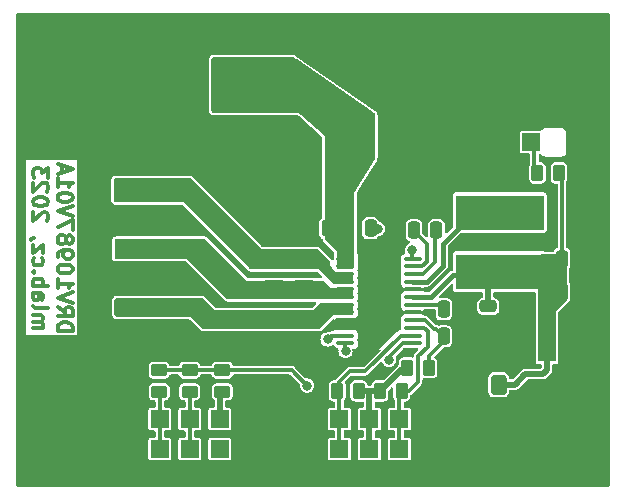
<source format=gbr>
%TF.GenerationSoftware,KiCad,Pcbnew,7.0.7-7.0.7~ubuntu23.04.1*%
%TF.CreationDate,2023-09-11T00:42:42+00:00*%
%TF.ProjectId,DRV10987V01,44525631-3039-4383-9756-30312e6b6963,01A*%
%TF.SameCoordinates,Original*%
%TF.FileFunction,Copper,L2,Bot*%
%TF.FilePolarity,Positive*%
%FSLAX46Y46*%
G04 Gerber Fmt 4.6, Leading zero omitted, Abs format (unit mm)*
G04 Created by KiCad (PCBNEW 7.0.7-7.0.7~ubuntu23.04.1) date 2023-09-11 00:42:42*
%MOMM*%
%LPD*%
G01*
G04 APERTURE LIST*
G04 Aperture macros list*
%AMRoundRect*
0 Rectangle with rounded corners*
0 $1 Rounding radius*
0 $2 $3 $4 $5 $6 $7 $8 $9 X,Y pos of 4 corners*
0 Add a 4 corners polygon primitive as box body*
4,1,4,$2,$3,$4,$5,$6,$7,$8,$9,$2,$3,0*
0 Add four circle primitives for the rounded corners*
1,1,$1+$1,$2,$3*
1,1,$1+$1,$4,$5*
1,1,$1+$1,$6,$7*
1,1,$1+$1,$8,$9*
0 Add four rect primitives between the rounded corners*
20,1,$1+$1,$2,$3,$4,$5,0*
20,1,$1+$1,$4,$5,$6,$7,0*
20,1,$1+$1,$6,$7,$8,$9,0*
20,1,$1+$1,$8,$9,$2,$3,0*%
G04 Aperture macros list end*
%ADD10C,0.300000*%
%TA.AperFunction,NonConductor*%
%ADD11C,0.300000*%
%TD*%
%TA.AperFunction,ComponentPad*%
%ADD12C,6.000000*%
%TD*%
%TA.AperFunction,ComponentPad*%
%ADD13R,1.500000X3.000000*%
%TD*%
%TA.AperFunction,ComponentPad*%
%ADD14O,1.500000X3.000000*%
%TD*%
%TA.AperFunction,ComponentPad*%
%ADD15R,1.524000X1.524000*%
%TD*%
%TA.AperFunction,ComponentPad*%
%ADD16R,3.000000X1.500000*%
%TD*%
%TA.AperFunction,ComponentPad*%
%ADD17O,3.000000X1.500000*%
%TD*%
%TA.AperFunction,SMDPad,CuDef*%
%ADD18RoundRect,0.250000X0.250000X0.475000X-0.250000X0.475000X-0.250000X-0.475000X0.250000X-0.475000X0*%
%TD*%
%TA.AperFunction,SMDPad,CuDef*%
%ADD19RoundRect,0.250000X-0.262500X-0.450000X0.262500X-0.450000X0.262500X0.450000X-0.262500X0.450000X0*%
%TD*%
%TA.AperFunction,SMDPad,CuDef*%
%ADD20RoundRect,0.250000X-0.250000X-0.475000X0.250000X-0.475000X0.250000X0.475000X-0.250000X0.475000X0*%
%TD*%
%TA.AperFunction,SMDPad,CuDef*%
%ADD21RoundRect,0.250000X0.400000X0.600000X-0.400000X0.600000X-0.400000X-0.600000X0.400000X-0.600000X0*%
%TD*%
%TA.AperFunction,SMDPad,CuDef*%
%ADD22R,1.500000X1.500000*%
%TD*%
%TA.AperFunction,SMDPad,CuDef*%
%ADD23RoundRect,0.250000X-0.450000X0.262500X-0.450000X-0.262500X0.450000X-0.262500X0.450000X0.262500X0*%
%TD*%
%TA.AperFunction,SMDPad,CuDef*%
%ADD24RoundRect,0.250000X0.262500X0.450000X-0.262500X0.450000X-0.262500X-0.450000X0.262500X-0.450000X0*%
%TD*%
%TA.AperFunction,SMDPad,CuDef*%
%ADD25RoundRect,0.250000X0.475000X-0.250000X0.475000X0.250000X-0.475000X0.250000X-0.475000X-0.250000X0*%
%TD*%
%TA.AperFunction,SMDPad,CuDef*%
%ADD26R,7.500000X3.000000*%
%TD*%
%TA.AperFunction,SMDPad,CuDef*%
%ADD27RoundRect,0.100000X0.637500X0.100000X-0.637500X0.100000X-0.637500X-0.100000X0.637500X-0.100000X0*%
%TD*%
%TA.AperFunction,ComponentPad*%
%ADD28C,0.300000*%
%TD*%
%TA.AperFunction,SMDPad,CuDef*%
%ADD29RoundRect,0.100000X1.500000X2.530000X-1.500000X2.530000X-1.500000X-2.530000X1.500000X-2.530000X0*%
%TD*%
%TA.AperFunction,ViaPad*%
%ADD30C,0.800000*%
%TD*%
%TA.AperFunction,Conductor*%
%ADD31C,0.300000*%
%TD*%
%TA.AperFunction,Conductor*%
%ADD32C,0.500000*%
%TD*%
%TA.AperFunction,Conductor*%
%ADD33C,0.250000*%
%TD*%
%TA.AperFunction,Conductor*%
%ADD34C,0.400000*%
%TD*%
G04 APERTURE END LIST*
D10*
D11*
X6067695Y18504763D02*
X7367695Y18504763D01*
X7367695Y18504763D02*
X7367695Y18814287D01*
X7367695Y18814287D02*
X7305790Y19000001D01*
X7305790Y19000001D02*
X7181980Y19123811D01*
X7181980Y19123811D02*
X7058171Y19185716D01*
X7058171Y19185716D02*
X6810552Y19247620D01*
X6810552Y19247620D02*
X6624838Y19247620D01*
X6624838Y19247620D02*
X6377219Y19185716D01*
X6377219Y19185716D02*
X6253409Y19123811D01*
X6253409Y19123811D02*
X6129600Y19000001D01*
X6129600Y19000001D02*
X6067695Y18814287D01*
X6067695Y18814287D02*
X6067695Y18504763D01*
X6067695Y20547620D02*
X6686742Y20114287D01*
X6067695Y19804763D02*
X7367695Y19804763D01*
X7367695Y19804763D02*
X7367695Y20300001D01*
X7367695Y20300001D02*
X7305790Y20423811D01*
X7305790Y20423811D02*
X7243885Y20485716D01*
X7243885Y20485716D02*
X7120076Y20547620D01*
X7120076Y20547620D02*
X6934361Y20547620D01*
X6934361Y20547620D02*
X6810552Y20485716D01*
X6810552Y20485716D02*
X6748647Y20423811D01*
X6748647Y20423811D02*
X6686742Y20300001D01*
X6686742Y20300001D02*
X6686742Y19804763D01*
X7367695Y20919049D02*
X6067695Y21352382D01*
X6067695Y21352382D02*
X7367695Y21785716D01*
X6067695Y22900002D02*
X6067695Y22157145D01*
X6067695Y22528573D02*
X7367695Y22528573D01*
X7367695Y22528573D02*
X7181980Y22404764D01*
X7181980Y22404764D02*
X7058171Y22280954D01*
X7058171Y22280954D02*
X6996266Y22157145D01*
X7367695Y23704763D02*
X7367695Y23828573D01*
X7367695Y23828573D02*
X7305790Y23952382D01*
X7305790Y23952382D02*
X7243885Y24014287D01*
X7243885Y24014287D02*
X7120076Y24076192D01*
X7120076Y24076192D02*
X6872457Y24138097D01*
X6872457Y24138097D02*
X6562933Y24138097D01*
X6562933Y24138097D02*
X6315314Y24076192D01*
X6315314Y24076192D02*
X6191504Y24014287D01*
X6191504Y24014287D02*
X6129600Y23952382D01*
X6129600Y23952382D02*
X6067695Y23828573D01*
X6067695Y23828573D02*
X6067695Y23704763D01*
X6067695Y23704763D02*
X6129600Y23580954D01*
X6129600Y23580954D02*
X6191504Y23519049D01*
X6191504Y23519049D02*
X6315314Y23457144D01*
X6315314Y23457144D02*
X6562933Y23395240D01*
X6562933Y23395240D02*
X6872457Y23395240D01*
X6872457Y23395240D02*
X7120076Y23457144D01*
X7120076Y23457144D02*
X7243885Y23519049D01*
X7243885Y23519049D02*
X7305790Y23580954D01*
X7305790Y23580954D02*
X7367695Y23704763D01*
X6067695Y24757144D02*
X6067695Y25004763D01*
X6067695Y25004763D02*
X6129600Y25128573D01*
X6129600Y25128573D02*
X6191504Y25190477D01*
X6191504Y25190477D02*
X6377219Y25314287D01*
X6377219Y25314287D02*
X6624838Y25376192D01*
X6624838Y25376192D02*
X7120076Y25376192D01*
X7120076Y25376192D02*
X7243885Y25314287D01*
X7243885Y25314287D02*
X7305790Y25252382D01*
X7305790Y25252382D02*
X7367695Y25128573D01*
X7367695Y25128573D02*
X7367695Y24880954D01*
X7367695Y24880954D02*
X7305790Y24757144D01*
X7305790Y24757144D02*
X7243885Y24695239D01*
X7243885Y24695239D02*
X7120076Y24633335D01*
X7120076Y24633335D02*
X6810552Y24633335D01*
X6810552Y24633335D02*
X6686742Y24695239D01*
X6686742Y24695239D02*
X6624838Y24757144D01*
X6624838Y24757144D02*
X6562933Y24880954D01*
X6562933Y24880954D02*
X6562933Y25128573D01*
X6562933Y25128573D02*
X6624838Y25252382D01*
X6624838Y25252382D02*
X6686742Y25314287D01*
X6686742Y25314287D02*
X6810552Y25376192D01*
X6810552Y26119049D02*
X6872457Y25995239D01*
X6872457Y25995239D02*
X6934361Y25933334D01*
X6934361Y25933334D02*
X7058171Y25871430D01*
X7058171Y25871430D02*
X7120076Y25871430D01*
X7120076Y25871430D02*
X7243885Y25933334D01*
X7243885Y25933334D02*
X7305790Y25995239D01*
X7305790Y25995239D02*
X7367695Y26119049D01*
X7367695Y26119049D02*
X7367695Y26366668D01*
X7367695Y26366668D02*
X7305790Y26490477D01*
X7305790Y26490477D02*
X7243885Y26552382D01*
X7243885Y26552382D02*
X7120076Y26614287D01*
X7120076Y26614287D02*
X7058171Y26614287D01*
X7058171Y26614287D02*
X6934361Y26552382D01*
X6934361Y26552382D02*
X6872457Y26490477D01*
X6872457Y26490477D02*
X6810552Y26366668D01*
X6810552Y26366668D02*
X6810552Y26119049D01*
X6810552Y26119049D02*
X6748647Y25995239D01*
X6748647Y25995239D02*
X6686742Y25933334D01*
X6686742Y25933334D02*
X6562933Y25871430D01*
X6562933Y25871430D02*
X6315314Y25871430D01*
X6315314Y25871430D02*
X6191504Y25933334D01*
X6191504Y25933334D02*
X6129600Y25995239D01*
X6129600Y25995239D02*
X6067695Y26119049D01*
X6067695Y26119049D02*
X6067695Y26366668D01*
X6067695Y26366668D02*
X6129600Y26490477D01*
X6129600Y26490477D02*
X6191504Y26552382D01*
X6191504Y26552382D02*
X6315314Y26614287D01*
X6315314Y26614287D02*
X6562933Y26614287D01*
X6562933Y26614287D02*
X6686742Y26552382D01*
X6686742Y26552382D02*
X6748647Y26490477D01*
X6748647Y26490477D02*
X6810552Y26366668D01*
X7367695Y27047620D02*
X7367695Y27914286D01*
X7367695Y27914286D02*
X6067695Y27357144D01*
X7367695Y28223810D02*
X6067695Y28657143D01*
X6067695Y28657143D02*
X7367695Y29090477D01*
X7367695Y29771429D02*
X7367695Y29895239D01*
X7367695Y29895239D02*
X7305790Y30019048D01*
X7305790Y30019048D02*
X7243885Y30080953D01*
X7243885Y30080953D02*
X7120076Y30142858D01*
X7120076Y30142858D02*
X6872457Y30204763D01*
X6872457Y30204763D02*
X6562933Y30204763D01*
X6562933Y30204763D02*
X6315314Y30142858D01*
X6315314Y30142858D02*
X6191504Y30080953D01*
X6191504Y30080953D02*
X6129600Y30019048D01*
X6129600Y30019048D02*
X6067695Y29895239D01*
X6067695Y29895239D02*
X6067695Y29771429D01*
X6067695Y29771429D02*
X6129600Y29647620D01*
X6129600Y29647620D02*
X6191504Y29585715D01*
X6191504Y29585715D02*
X6315314Y29523810D01*
X6315314Y29523810D02*
X6562933Y29461906D01*
X6562933Y29461906D02*
X6872457Y29461906D01*
X6872457Y29461906D02*
X7120076Y29523810D01*
X7120076Y29523810D02*
X7243885Y29585715D01*
X7243885Y29585715D02*
X7305790Y29647620D01*
X7305790Y29647620D02*
X7367695Y29771429D01*
X6067695Y31442858D02*
X6067695Y30700001D01*
X6067695Y31071429D02*
X7367695Y31071429D01*
X7367695Y31071429D02*
X7181980Y30947620D01*
X7181980Y30947620D02*
X7058171Y30823810D01*
X7058171Y30823810D02*
X6996266Y30700001D01*
X6439123Y31938096D02*
X6439123Y32557143D01*
X6067695Y31814286D02*
X7367695Y32247619D01*
X7367695Y32247619D02*
X6067695Y32680953D01*
X3974695Y18752382D02*
X4841361Y18752382D01*
X4717552Y18752382D02*
X4779457Y18814287D01*
X4779457Y18814287D02*
X4841361Y18938097D01*
X4841361Y18938097D02*
X4841361Y19123811D01*
X4841361Y19123811D02*
X4779457Y19247620D01*
X4779457Y19247620D02*
X4655647Y19309525D01*
X4655647Y19309525D02*
X3974695Y19309525D01*
X4655647Y19309525D02*
X4779457Y19371430D01*
X4779457Y19371430D02*
X4841361Y19495239D01*
X4841361Y19495239D02*
X4841361Y19680954D01*
X4841361Y19680954D02*
X4779457Y19804763D01*
X4779457Y19804763D02*
X4655647Y19866668D01*
X4655647Y19866668D02*
X3974695Y19866668D01*
X3974695Y20671430D02*
X4036600Y20547620D01*
X4036600Y20547620D02*
X4160409Y20485715D01*
X4160409Y20485715D02*
X5274695Y20485715D01*
X3974695Y21723810D02*
X4655647Y21723810D01*
X4655647Y21723810D02*
X4779457Y21661905D01*
X4779457Y21661905D02*
X4841361Y21538096D01*
X4841361Y21538096D02*
X4841361Y21290477D01*
X4841361Y21290477D02*
X4779457Y21166667D01*
X4036600Y21723810D02*
X3974695Y21600001D01*
X3974695Y21600001D02*
X3974695Y21290477D01*
X3974695Y21290477D02*
X4036600Y21166667D01*
X4036600Y21166667D02*
X4160409Y21104763D01*
X4160409Y21104763D02*
X4284219Y21104763D01*
X4284219Y21104763D02*
X4408028Y21166667D01*
X4408028Y21166667D02*
X4469933Y21290477D01*
X4469933Y21290477D02*
X4469933Y21600001D01*
X4469933Y21600001D02*
X4531838Y21723810D01*
X3974695Y22342857D02*
X5274695Y22342857D01*
X4779457Y22342857D02*
X4841361Y22466667D01*
X4841361Y22466667D02*
X4841361Y22714286D01*
X4841361Y22714286D02*
X4779457Y22838095D01*
X4779457Y22838095D02*
X4717552Y22900000D01*
X4717552Y22900000D02*
X4593742Y22961905D01*
X4593742Y22961905D02*
X4222314Y22961905D01*
X4222314Y22961905D02*
X4098504Y22900000D01*
X4098504Y22900000D02*
X4036600Y22838095D01*
X4036600Y22838095D02*
X3974695Y22714286D01*
X3974695Y22714286D02*
X3974695Y22466667D01*
X3974695Y22466667D02*
X4036600Y22342857D01*
X4098504Y23519047D02*
X4036600Y23580952D01*
X4036600Y23580952D02*
X3974695Y23519047D01*
X3974695Y23519047D02*
X4036600Y23457143D01*
X4036600Y23457143D02*
X4098504Y23519047D01*
X4098504Y23519047D02*
X3974695Y23519047D01*
X4036600Y24695238D02*
X3974695Y24571429D01*
X3974695Y24571429D02*
X3974695Y24323810D01*
X3974695Y24323810D02*
X4036600Y24200000D01*
X4036600Y24200000D02*
X4098504Y24138095D01*
X4098504Y24138095D02*
X4222314Y24076191D01*
X4222314Y24076191D02*
X4593742Y24076191D01*
X4593742Y24076191D02*
X4717552Y24138095D01*
X4717552Y24138095D02*
X4779457Y24200000D01*
X4779457Y24200000D02*
X4841361Y24323810D01*
X4841361Y24323810D02*
X4841361Y24571429D01*
X4841361Y24571429D02*
X4779457Y24695238D01*
X4841361Y25128572D02*
X4841361Y25809524D01*
X4841361Y25809524D02*
X3974695Y25128572D01*
X3974695Y25128572D02*
X3974695Y25809524D01*
X4036600Y26366667D02*
X3974695Y26366667D01*
X3974695Y26366667D02*
X3850885Y26304762D01*
X3850885Y26304762D02*
X3788980Y26242858D01*
X5150885Y27852382D02*
X5212790Y27914286D01*
X5212790Y27914286D02*
X5274695Y28038096D01*
X5274695Y28038096D02*
X5274695Y28347620D01*
X5274695Y28347620D02*
X5212790Y28471429D01*
X5212790Y28471429D02*
X5150885Y28533334D01*
X5150885Y28533334D02*
X5027076Y28595239D01*
X5027076Y28595239D02*
X4903266Y28595239D01*
X4903266Y28595239D02*
X4717552Y28533334D01*
X4717552Y28533334D02*
X3974695Y27790477D01*
X3974695Y27790477D02*
X3974695Y28595239D01*
X5274695Y29400000D02*
X5274695Y29523810D01*
X5274695Y29523810D02*
X5212790Y29647619D01*
X5212790Y29647619D02*
X5150885Y29709524D01*
X5150885Y29709524D02*
X5027076Y29771429D01*
X5027076Y29771429D02*
X4779457Y29833334D01*
X4779457Y29833334D02*
X4469933Y29833334D01*
X4469933Y29833334D02*
X4222314Y29771429D01*
X4222314Y29771429D02*
X4098504Y29709524D01*
X4098504Y29709524D02*
X4036600Y29647619D01*
X4036600Y29647619D02*
X3974695Y29523810D01*
X3974695Y29523810D02*
X3974695Y29400000D01*
X3974695Y29400000D02*
X4036600Y29276191D01*
X4036600Y29276191D02*
X4098504Y29214286D01*
X4098504Y29214286D02*
X4222314Y29152381D01*
X4222314Y29152381D02*
X4469933Y29090477D01*
X4469933Y29090477D02*
X4779457Y29090477D01*
X4779457Y29090477D02*
X5027076Y29152381D01*
X5027076Y29152381D02*
X5150885Y29214286D01*
X5150885Y29214286D02*
X5212790Y29276191D01*
X5212790Y29276191D02*
X5274695Y29400000D01*
X5150885Y30328572D02*
X5212790Y30390476D01*
X5212790Y30390476D02*
X5274695Y30514286D01*
X5274695Y30514286D02*
X5274695Y30823810D01*
X5274695Y30823810D02*
X5212790Y30947619D01*
X5212790Y30947619D02*
X5150885Y31009524D01*
X5150885Y31009524D02*
X5027076Y31071429D01*
X5027076Y31071429D02*
X4903266Y31071429D01*
X4903266Y31071429D02*
X4717552Y31009524D01*
X4717552Y31009524D02*
X3974695Y30266667D01*
X3974695Y30266667D02*
X3974695Y31071429D01*
X5274695Y31504762D02*
X5274695Y32309524D01*
X5274695Y32309524D02*
X4779457Y31876190D01*
X4779457Y31876190D02*
X4779457Y32061905D01*
X4779457Y32061905D02*
X4717552Y32185714D01*
X4717552Y32185714D02*
X4655647Y32247619D01*
X4655647Y32247619D02*
X4531838Y32309524D01*
X4531838Y32309524D02*
X4222314Y32309524D01*
X4222314Y32309524D02*
X4098504Y32247619D01*
X4098504Y32247619D02*
X4036600Y32185714D01*
X4036600Y32185714D02*
X3974695Y32061905D01*
X3974695Y32061905D02*
X3974695Y31690476D01*
X3974695Y31690476D02*
X4036600Y31566667D01*
X4036600Y31566667D02*
X4098504Y31504762D01*
D12*
%TO.P,M2,1*%
%TO.N,GND*%
X7400000Y40640000D03*
%TD*%
D13*
%TO.P,J11,1*%
%TO.N,GND*%
X36650000Y35350000D03*
D14*
%TO.P,J11,2*%
%TO.N,+12V*%
X31650000Y35350000D03*
%TD*%
D12*
%TO.P,M4,1*%
%TO.N,GND*%
X7400000Y10160000D03*
%TD*%
D15*
%TO.P,J10,1*%
%TO.N,GND*%
X44975000Y16700000D03*
%TO.P,J10,2*%
X44975000Y19240000D03*
%TO.P,J10,3*%
%TO.N,+5V*%
X47515000Y16700000D03*
%TO.P,J10,4*%
X47515000Y19240000D03*
%TO.P,J10,5*%
%TO.N,GND*%
X50055000Y16700000D03*
%TO.P,J10,6*%
X50055000Y19240000D03*
%TD*%
D12*
%TO.P,M3,1*%
%TO.N,GND*%
X48040000Y10160000D03*
%TD*%
D15*
%TO.P,J2,1*%
%TO.N,GND*%
X27400000Y8536250D03*
%TO.P,J2,2*%
X27400000Y11076250D03*
%TO.P,J2,3*%
%TO.N,/SDA*%
X29940000Y8536250D03*
%TO.P,J2,4*%
X29940000Y11076250D03*
%TO.P,J2,5*%
%TO.N,VDD*%
X32480000Y8536250D03*
%TO.P,J2,6*%
X32480000Y11076250D03*
%TO.P,J2,7*%
%TO.N,/SCL*%
X35020000Y8536250D03*
%TO.P,J2,8*%
X35020000Y11076250D03*
%TO.P,J2,9*%
%TO.N,GND*%
X37560000Y8536250D03*
%TO.P,J2,10*%
X37560000Y11076250D03*
%TD*%
D12*
%TO.P,M1,1*%
%TO.N,GND*%
X48040000Y40640000D03*
%TD*%
D15*
%TO.P,J5,1*%
%TO.N,/DIR*%
X14720000Y8525000D03*
%TO.P,J5,2*%
X14720000Y11065000D03*
%TO.P,J5,3*%
%TO.N,/STEP*%
X17260000Y8525000D03*
%TO.P,J5,4*%
X17260000Y11065000D03*
%TO.P,J5,5*%
%TO.N,/FG*%
X19800000Y8525000D03*
%TO.P,J5,6*%
X19800000Y11065000D03*
%TD*%
D16*
%TO.P,J12,1*%
%TO.N,/W*%
X12425000Y30550000D03*
D17*
%TO.P,J12,2*%
%TO.N,/V*%
X12425000Y25550000D03*
%TO.P,J12,3*%
%TO.N,/U*%
X12425000Y20550000D03*
%TD*%
D15*
%TO.P,J6,1*%
%TO.N,/U*%
X26965000Y19500000D03*
%TO.P,J6,2*%
X24425000Y19500000D03*
%TO.P,J6,3*%
%TO.N,/V*%
X26965000Y22040000D03*
%TO.P,J6,4*%
X24425000Y22040000D03*
%TO.P,J6,5*%
%TO.N,/W*%
X26965000Y24580000D03*
%TO.P,J6,6*%
X24425000Y24580000D03*
%TD*%
%TO.P,J3,1*%
%TO.N,GND*%
X20200000Y43180000D03*
%TO.P,J3,2*%
X22740000Y43180000D03*
%TO.P,J3,3*%
%TO.N,+12V*%
X20200000Y40640000D03*
%TO.P,J3,4*%
X22740000Y40640000D03*
%TO.P,J3,5*%
X20200000Y38100000D03*
%TO.P,J3,6*%
X22740000Y38100000D03*
%TO.P,J3,7*%
%TO.N,GND*%
X20200000Y35560000D03*
%TO.P,J3,8*%
X22740000Y35560000D03*
%TD*%
D18*
%TO.P,C5,1*%
%TO.N,GND*%
X40670000Y20360000D03*
%TO.P,C5,2*%
%TO.N,Net-(IC1-V1P8)*%
X38770000Y20360000D03*
%TD*%
D19*
%TO.P,R7,1*%
%TO.N,VDD*%
X35675000Y15400000D03*
%TO.P,R7,2*%
%TO.N,/V3P3*%
X37500000Y15400000D03*
%TD*%
D20*
%TO.P,C7,1*%
%TO.N,+5V*%
X48783200Y21844000D03*
%TO.P,C7,2*%
%TO.N,GND*%
X50683200Y21844000D03*
%TD*%
D21*
%TO.P,D1,1,K*%
%TO.N,+5V*%
X43406000Y13970000D03*
%TO.P,D1,2,A*%
%TO.N,GND*%
X39906000Y13970000D03*
%TD*%
D22*
%TO.P,D2,1,K*%
%TO.N,GND*%
X49920000Y34500000D03*
%TO.P,D2,2,A*%
%TO.N,Net-(D2-A)*%
X46160000Y34500000D03*
%TD*%
D20*
%TO.P,C6,1*%
%TO.N,GND*%
X27040800Y27200000D03*
%TO.P,C6,2*%
%TO.N,+12V*%
X28940800Y27200000D03*
%TD*%
D23*
%TO.P,R5,1*%
%TO.N,VDD*%
X17250000Y15200000D03*
%TO.P,R5,2*%
%TO.N,/STEP*%
X17250000Y13375000D03*
%TD*%
D19*
%TO.P,R6,1*%
%TO.N,Net-(D2-A)*%
X46700000Y31900000D03*
%TO.P,R6,2*%
%TO.N,+5V*%
X48525000Y31900000D03*
%TD*%
D24*
%TO.P,R2,1*%
%TO.N,VDD*%
X31575000Y13450000D03*
%TO.P,R2,2*%
%TO.N,/SDA*%
X29750000Y13450000D03*
%TD*%
D23*
%TO.P,R3,1*%
%TO.N,VDD*%
X20025000Y15200000D03*
%TO.P,R3,2*%
%TO.N,/FG*%
X20025000Y13375000D03*
%TD*%
D25*
%TO.P,C1,1*%
%TO.N,GND*%
X42525000Y18700000D03*
%TO.P,C1,2*%
%TO.N,+5V*%
X42525000Y20600000D03*
%TD*%
D18*
%TO.P,C4,1*%
%TO.N,GND*%
X40670000Y18060000D03*
%TO.P,C4,2*%
%TO.N,/V3P3*%
X38770000Y18060000D03*
%TD*%
D20*
%TO.P,C8,1*%
%TO.N,+5V*%
X48783200Y24638000D03*
%TO.P,C8,2*%
%TO.N,GND*%
X50683200Y24638000D03*
%TD*%
D26*
%TO.P,L1,1,1*%
%TO.N,+5V*%
X43525000Y23550000D03*
%TO.P,L1,2,2*%
%TO.N,Net-(IC1-SW)*%
X43525000Y28550000D03*
%TD*%
D18*
%TO.P,C3,1*%
%TO.N,Net-(IC1-VCP)*%
X32570000Y27215000D03*
%TO.P,C3,2*%
%TO.N,+12V*%
X30670000Y27215000D03*
%TD*%
D27*
%TO.P,IC1,1,VCP*%
%TO.N,Net-(IC1-VCP)*%
X36170000Y24635000D03*
%TO.P,IC1,2,CPP*%
%TO.N,Net-(IC1-CPP)*%
X36170000Y23985000D03*
%TO.P,IC1,3,CPN*%
%TO.N,Net-(IC1-CPN)*%
X36170000Y23335000D03*
%TO.P,IC1,4,SW*%
%TO.N,Net-(IC1-SW)*%
X36170000Y22685000D03*
%TO.P,IC1,5,SWGND*%
%TO.N,GND*%
X36170000Y22035000D03*
%TO.P,IC1,6,VREG*%
%TO.N,+5V*%
X36170000Y21385000D03*
%TO.P,IC1,7,V1P8*%
%TO.N,Net-(IC1-V1P8)*%
X36170000Y20735000D03*
%TO.P,IC1,8,GND_1*%
%TO.N,GND*%
X36170000Y20085000D03*
%TO.P,IC1,9,V3P3*%
%TO.N,/V3P3*%
X36170000Y19435000D03*
%TO.P,IC1,10,SCL*%
%TO.N,/SCL*%
X36170000Y18785000D03*
%TO.P,IC1,11,SDA*%
%TO.N,/SDA*%
X36170000Y18135000D03*
%TO.P,IC1,12,FG*%
%TO.N,/FG*%
X36170000Y17485000D03*
%TO.P,IC1,13,SPEED*%
%TO.N,/STEP*%
X30445000Y17485000D03*
%TO.P,IC1,14,DIR*%
%TO.N,/DIR*%
X30445000Y18135000D03*
%TO.P,IC1,15,PGND_1*%
%TO.N,GND*%
X30445000Y18785000D03*
%TO.P,IC1,16,PGND_2*%
X30445000Y19435000D03*
%TO.P,IC1,17,U_1*%
%TO.N,/U*%
X30445000Y20085000D03*
%TO.P,IC1,18,U_2*%
X30445000Y20735000D03*
%TO.P,IC1,19,V_1*%
%TO.N,/V*%
X30445000Y21385000D03*
%TO.P,IC1,20,V_2*%
X30445000Y22035000D03*
%TO.P,IC1,21,W_1*%
%TO.N,/W*%
X30445000Y22685000D03*
%TO.P,IC1,22,W_2*%
X30445000Y23335000D03*
%TO.P,IC1,23,VCC_1*%
%TO.N,+12V*%
X30445000Y23985000D03*
%TO.P,IC1,24,VCC_2*%
X30445000Y24635000D03*
D28*
%TO.P,IC1,25,GND_2*%
%TO.N,GND*%
X34507500Y18660000D03*
X34507500Y19860000D03*
X34507500Y21060000D03*
X34507500Y22260000D03*
X34507500Y23460000D03*
X33307500Y18660000D03*
X33307500Y19860000D03*
X33307500Y21060000D03*
D29*
X33307500Y21060000D03*
D28*
X33307500Y22260000D03*
X33307500Y23460000D03*
X32107500Y18660000D03*
X32107500Y19860000D03*
X32107500Y21060000D03*
X32107500Y22260000D03*
X32107500Y23460000D03*
%TD*%
D23*
%TO.P,R4,1*%
%TO.N,VDD*%
X14675000Y15200000D03*
%TO.P,R4,2*%
%TO.N,/DIR*%
X14675000Y13375000D03*
%TD*%
D19*
%TO.P,R1,1*%
%TO.N,VDD*%
X33375000Y13450000D03*
%TO.P,R1,2*%
%TO.N,/SCL*%
X35200000Y13450000D03*
%TD*%
D18*
%TO.P,C2,1*%
%TO.N,Net-(IC1-CPN)*%
X38150000Y27050000D03*
%TO.P,C2,2*%
%TO.N,Net-(IC1-CPP)*%
X36250000Y27050000D03*
%TD*%
D30*
%TO.N,GND*%
X18542000Y17957800D03*
X41529000Y8102600D03*
X23520400Y11277600D03*
X29275000Y40575000D03*
X33451800Y24536400D03*
X38506400Y13589000D03*
X23200000Y13750000D03*
X51485800Y26847800D03*
X34467800Y24536400D03*
X18084800Y27051000D03*
X41529000Y9575800D03*
X32100000Y29175000D03*
X23520400Y8966200D03*
X51689000Y23266400D03*
X11938000Y18364200D03*
X32275000Y38450000D03*
X33096200Y17653000D03*
X23500000Y26575000D03*
X27850000Y34375000D03*
X39649400Y15570200D03*
X19253200Y21361400D03*
X50876200Y28752800D03*
X32258000Y25679400D03*
X25501600Y33147000D03*
X42011600Y38100000D03*
X24875000Y13725000D03*
X15544800Y32359600D03*
X12065000Y28397200D03*
X39852600Y12217400D03*
X27825000Y30100000D03*
X32080200Y17653000D03*
X15525000Y18550000D03*
X13385800Y36880800D03*
X13360400Y40843200D03*
X11963400Y23241000D03*
X20675600Y32385000D03*
X32258000Y24536400D03*
X31699200Y16332200D03*
X39825000Y19225000D03*
X24384000Y30810200D03*
%TO.N,Net-(IC1-VCP)*%
X36070000Y25360000D03*
X33220000Y27165000D03*
%TO.N,/STEP*%
X30450000Y16825000D03*
%TO.N,/DIR*%
X28925000Y17800000D03*
%TO.N,/FG*%
X34129977Y16070023D03*
%TO.N,VDD*%
X27200000Y13900000D03*
%TD*%
D31*
%TO.N,Net-(IC1-VCP)*%
X36070000Y25360000D02*
X36070000Y24747500D01*
X32570000Y27215000D02*
X33170000Y27215000D01*
X33170000Y27215000D02*
X33220000Y27165000D01*
%TO.N,Net-(IC1-CPN)*%
X38000000Y24363604D02*
X38000000Y26375000D01*
X36971396Y23335000D02*
X38000000Y24363604D01*
X36170000Y23335000D02*
X36971396Y23335000D01*
%TO.N,Net-(IC1-CPP)*%
X36250000Y26996000D02*
X37325000Y25921000D01*
X37325000Y24395710D02*
X36914290Y23985000D01*
X37325000Y25921000D02*
X37325000Y24395710D01*
X36914290Y23985000D02*
X36170000Y23985000D01*
X36250000Y27050000D02*
X36250000Y26996000D01*
%TO.N,/V3P3*%
X37172106Y19435000D02*
X37900000Y18707106D01*
X37900000Y18707106D02*
X38122894Y18707106D01*
X38122894Y18707106D02*
X38770000Y18060000D01*
X36182500Y19435000D02*
X37172106Y19435000D01*
X37500000Y15400000D02*
X37500000Y16400000D01*
X38770000Y17670000D02*
X38770000Y18060000D01*
X37500000Y16400000D02*
X38770000Y17670000D01*
%TO.N,Net-(IC1-V1P8)*%
X36182500Y20735000D02*
X38295000Y20735000D01*
X38295000Y20735000D02*
X38370000Y20660000D01*
%TO.N,/SDA*%
X35135000Y18135000D02*
X36182500Y18135000D01*
X32100000Y15100000D02*
X35135000Y18135000D01*
X29940000Y8536250D02*
X29940000Y14240000D01*
X29940000Y14240000D02*
X30800000Y15100000D01*
X30800000Y15100000D02*
X32100000Y15100000D01*
%TO.N,/SCL*%
X36600000Y16400000D02*
X36600000Y14200000D01*
X35200000Y13450000D02*
X35020000Y13270000D01*
X36600000Y14200000D02*
X35850000Y13450000D01*
X35020000Y13270000D02*
X35020000Y8536250D01*
X37400000Y17200000D02*
X36600000Y16400000D01*
X37400000Y18500000D02*
X37400000Y17200000D01*
X36170000Y18785000D02*
X37115000Y18785000D01*
X37115000Y18785000D02*
X37400000Y18500000D01*
X35850000Y13450000D02*
X35200000Y13450000D01*
%TO.N,/STEP*%
X30445000Y16830000D02*
X30445000Y17485000D01*
X30450000Y16825000D02*
X30445000Y16830000D01*
X17260000Y8525000D02*
X17260000Y13365000D01*
D32*
%TO.N,/DIR*%
X14675000Y11105000D02*
X14730000Y11050000D01*
D31*
X14720000Y13330000D02*
X14675000Y13375000D01*
X29260000Y18135000D02*
X30445000Y18135000D01*
X14720000Y8525000D02*
X14720000Y13330000D01*
X28925000Y17800000D02*
X29260000Y18135000D01*
D32*
%TO.N,/FG*%
X19810000Y13160000D02*
X20025000Y13375000D01*
X19810000Y11050000D02*
X19810000Y13160000D01*
D31*
X34129977Y16070023D02*
X34129977Y16329977D01*
X34129977Y16329977D02*
X35285000Y17485000D01*
X35285000Y17485000D02*
X36170000Y17485000D01*
D32*
%TO.N,+5V*%
X42525000Y22200000D02*
X42525000Y20600000D01*
D33*
X48525000Y31900000D02*
X48783200Y31641800D01*
D32*
X47515000Y15206200D02*
X47178100Y14869300D01*
X47515000Y16700000D02*
X47515000Y15206200D01*
X45684300Y14869300D02*
X44785000Y13970000D01*
X44785000Y13970000D02*
X43406000Y13970000D01*
D34*
X37685000Y21385000D02*
X39525000Y23225000D01*
D31*
X48783200Y31641800D02*
X48783200Y24638000D01*
D32*
X47178100Y14869300D02*
X45684300Y14869300D01*
D34*
X39525000Y23225000D02*
X43050000Y23225000D01*
X36170000Y21385000D02*
X37685000Y21385000D01*
%TO.N,Net-(IC1-SW)*%
X38700000Y24000000D02*
X38700000Y25900000D01*
X37385000Y22685000D02*
X38700000Y24000000D01*
X36170000Y22685000D02*
X37385000Y22685000D01*
X38700000Y25900000D02*
X41050000Y28250000D01*
D32*
%TO.N,VDD*%
X32480000Y13430000D02*
X32480000Y8536250D01*
D31*
X27200000Y13900000D02*
X25900000Y15200000D01*
D32*
X33375000Y13450000D02*
X32500000Y13450000D01*
D31*
X25900000Y15200000D02*
X14675000Y15200000D01*
D32*
X32500000Y13450000D02*
X31725000Y13450000D01*
X32500000Y13450000D02*
X32480000Y13430000D01*
X33375000Y13450000D02*
X35225000Y15300000D01*
X35225000Y15300000D02*
X35675000Y15300000D01*
D31*
%TO.N,Net-(D2-A)*%
X46440000Y34500000D02*
X46440000Y32160000D01*
D33*
X46440000Y32160000D02*
X46700000Y31900000D01*
%TD*%
%TA.AperFunction,Conductor*%
%TO.N,GND*%
G36*
X52798539Y45435815D02*
G01*
X52844294Y45383011D01*
X52855500Y45331500D01*
X52855500Y5468500D01*
X52835815Y5401461D01*
X52783011Y5355706D01*
X52731500Y5344500D01*
X2708500Y5344500D01*
X2641461Y5364185D01*
X2595706Y5416989D01*
X2584500Y5468500D01*
X2584500Y7743248D01*
X13757500Y7743248D01*
X13769131Y7684771D01*
X13769132Y7684770D01*
X13813447Y7618448D01*
X13879769Y7574133D01*
X13879770Y7574132D01*
X13938247Y7562501D01*
X13938250Y7562500D01*
X13938252Y7562500D01*
X15501750Y7562500D01*
X15501751Y7562501D01*
X15516568Y7565448D01*
X15560229Y7574132D01*
X15560229Y7574133D01*
X15560231Y7574133D01*
X15626552Y7618448D01*
X15670867Y7684769D01*
X15670867Y7684771D01*
X15670868Y7684771D01*
X15682499Y7743248D01*
X16297500Y7743248D01*
X16309131Y7684771D01*
X16309132Y7684770D01*
X16353447Y7618448D01*
X16419769Y7574133D01*
X16419770Y7574132D01*
X16478247Y7562501D01*
X16478250Y7562500D01*
X16478252Y7562500D01*
X18041750Y7562500D01*
X18041751Y7562501D01*
X18056568Y7565448D01*
X18100229Y7574132D01*
X18100229Y7574133D01*
X18100231Y7574133D01*
X18166552Y7618448D01*
X18210867Y7684769D01*
X18210867Y7684771D01*
X18210868Y7684771D01*
X18222499Y7743248D01*
X18837500Y7743248D01*
X18849131Y7684771D01*
X18849132Y7684770D01*
X18893447Y7618448D01*
X18959769Y7574133D01*
X18959770Y7574132D01*
X19018247Y7562501D01*
X19018250Y7562500D01*
X19018252Y7562500D01*
X20581750Y7562500D01*
X20581751Y7562501D01*
X20596568Y7565448D01*
X20640229Y7574132D01*
X20640229Y7574133D01*
X20640231Y7574133D01*
X20706552Y7618448D01*
X20750867Y7684769D01*
X20750867Y7684771D01*
X20750868Y7684771D01*
X20762499Y7743248D01*
X20762500Y7743250D01*
X20762500Y9306751D01*
X20762499Y9306753D01*
X20750868Y9365230D01*
X20750867Y9365231D01*
X20706552Y9431553D01*
X20640230Y9475868D01*
X20640229Y9475869D01*
X20581752Y9487500D01*
X20581748Y9487500D01*
X19018252Y9487500D01*
X19018247Y9487500D01*
X18959770Y9475869D01*
X18959769Y9475868D01*
X18893447Y9431553D01*
X18849132Y9365231D01*
X18849131Y9365230D01*
X18837500Y9306753D01*
X18837500Y7743248D01*
X18222499Y7743248D01*
X18222500Y7743250D01*
X18222500Y9306751D01*
X18222499Y9306753D01*
X18210868Y9365230D01*
X18210867Y9365231D01*
X18166552Y9431553D01*
X18100230Y9475868D01*
X18100229Y9475869D01*
X18041752Y9487500D01*
X18041748Y9487500D01*
X17734500Y9487500D01*
X17667461Y9507185D01*
X17621706Y9559989D01*
X17610500Y9611500D01*
X17610500Y9978500D01*
X17630185Y10045539D01*
X17682989Y10091294D01*
X17734500Y10102500D01*
X18041750Y10102500D01*
X18041751Y10102501D01*
X18056568Y10105448D01*
X18100229Y10114132D01*
X18100229Y10114133D01*
X18100231Y10114133D01*
X18166552Y10158448D01*
X18210867Y10224769D01*
X18210867Y10224771D01*
X18210868Y10224771D01*
X18222499Y10283248D01*
X18837500Y10283248D01*
X18849131Y10224771D01*
X18849132Y10224770D01*
X18893447Y10158448D01*
X18959769Y10114133D01*
X18959770Y10114132D01*
X19018247Y10102501D01*
X19018250Y10102500D01*
X19018252Y10102500D01*
X20581750Y10102500D01*
X20581751Y10102501D01*
X20596568Y10105448D01*
X20640229Y10114132D01*
X20640229Y10114133D01*
X20640231Y10114133D01*
X20706552Y10158448D01*
X20750867Y10224769D01*
X20750867Y10224771D01*
X20750868Y10224771D01*
X20762499Y10283248D01*
X20762500Y10283250D01*
X20762500Y11846751D01*
X20762499Y11846753D01*
X20750868Y11905230D01*
X20750867Y11905231D01*
X20706552Y11971553D01*
X20640230Y12015868D01*
X20640229Y12015869D01*
X20581752Y12027500D01*
X20581748Y12027500D01*
X20384500Y12027500D01*
X20317461Y12047185D01*
X20271706Y12099989D01*
X20260500Y12151500D01*
X20260500Y12538000D01*
X20280185Y12605039D01*
X20332989Y12650794D01*
X20384500Y12662000D01*
X20529270Y12662000D01*
X20559699Y12664854D01*
X20559701Y12664854D01*
X20640610Y12693166D01*
X20687882Y12709707D01*
X20797150Y12790350D01*
X20877793Y12899618D01*
X20917003Y13011674D01*
X20922646Y13027799D01*
X20922646Y13027801D01*
X20925500Y13058231D01*
X20925500Y13691770D01*
X20922646Y13722200D01*
X20922646Y13722202D01*
X20877793Y13850381D01*
X20877792Y13850383D01*
X20841173Y13900000D01*
X20797150Y13959650D01*
X20687882Y14040293D01*
X20687880Y14040294D01*
X20559700Y14085147D01*
X20529270Y14088000D01*
X20529266Y14088000D01*
X19520734Y14088000D01*
X19520730Y14088000D01*
X19490300Y14085147D01*
X19490298Y14085147D01*
X19362119Y14040294D01*
X19362117Y14040293D01*
X19252850Y13959650D01*
X19172207Y13850383D01*
X19172206Y13850381D01*
X19127353Y13722202D01*
X19127353Y13722200D01*
X19124500Y13691770D01*
X19124500Y13058231D01*
X19127353Y13027801D01*
X19127353Y13027799D01*
X19166719Y12915301D01*
X19172207Y12899618D01*
X19252850Y12790350D01*
X19309134Y12748811D01*
X19351384Y12693166D01*
X19359500Y12649042D01*
X19359500Y12151500D01*
X19339815Y12084461D01*
X19287011Y12038706D01*
X19235500Y12027500D01*
X19018247Y12027500D01*
X18959770Y12015869D01*
X18959769Y12015868D01*
X18893447Y11971553D01*
X18849132Y11905231D01*
X18849131Y11905230D01*
X18837500Y11846753D01*
X18837500Y10283248D01*
X18222499Y10283248D01*
X18222500Y10283250D01*
X18222500Y11846751D01*
X18222499Y11846753D01*
X18210868Y11905230D01*
X18210867Y11905231D01*
X18166552Y11971553D01*
X18100230Y12015868D01*
X18100229Y12015869D01*
X18041752Y12027500D01*
X18041748Y12027500D01*
X17734500Y12027500D01*
X17667461Y12047185D01*
X17621706Y12099989D01*
X17610500Y12151500D01*
X17610500Y12538000D01*
X17630185Y12605039D01*
X17682989Y12650794D01*
X17734500Y12662000D01*
X17754270Y12662000D01*
X17784699Y12664854D01*
X17784701Y12664854D01*
X17865610Y12693166D01*
X17912882Y12709707D01*
X18022150Y12790350D01*
X18102793Y12899618D01*
X18142003Y13011674D01*
X18147646Y13027799D01*
X18147646Y13027801D01*
X18150500Y13058231D01*
X18150500Y13691770D01*
X18147646Y13722200D01*
X18147646Y13722202D01*
X18102793Y13850381D01*
X18102792Y13850383D01*
X18066173Y13900000D01*
X18022150Y13959650D01*
X17912882Y14040293D01*
X17912880Y14040294D01*
X17784700Y14085147D01*
X17754270Y14088000D01*
X17754266Y14088000D01*
X16745734Y14088000D01*
X16745730Y14088000D01*
X16715300Y14085147D01*
X16715298Y14085147D01*
X16587119Y14040294D01*
X16587117Y14040293D01*
X16477850Y13959650D01*
X16397207Y13850383D01*
X16397206Y13850381D01*
X16352353Y13722202D01*
X16352353Y13722200D01*
X16349500Y13691770D01*
X16349500Y13058231D01*
X16352353Y13027801D01*
X16352353Y13027799D01*
X16391719Y12915301D01*
X16397207Y12899618D01*
X16477850Y12790350D01*
X16587118Y12709707D01*
X16629845Y12694756D01*
X16715299Y12664854D01*
X16745730Y12662000D01*
X16745734Y12662000D01*
X16785500Y12662000D01*
X16852539Y12642315D01*
X16898294Y12589511D01*
X16909500Y12538000D01*
X16909500Y12151500D01*
X16889815Y12084461D01*
X16837011Y12038706D01*
X16785500Y12027500D01*
X16478247Y12027500D01*
X16419770Y12015869D01*
X16419769Y12015868D01*
X16353447Y11971553D01*
X16309132Y11905231D01*
X16309131Y11905230D01*
X16297500Y11846753D01*
X16297500Y10283248D01*
X16309131Y10224771D01*
X16309132Y10224770D01*
X16353447Y10158448D01*
X16419769Y10114133D01*
X16419770Y10114132D01*
X16478247Y10102501D01*
X16478250Y10102500D01*
X16478252Y10102500D01*
X16785500Y10102500D01*
X16852539Y10082815D01*
X16898294Y10030011D01*
X16909500Y9978500D01*
X16909500Y9611500D01*
X16889815Y9544461D01*
X16837011Y9498706D01*
X16785500Y9487500D01*
X16478247Y9487500D01*
X16419770Y9475869D01*
X16419769Y9475868D01*
X16353447Y9431553D01*
X16309132Y9365231D01*
X16309131Y9365230D01*
X16297500Y9306753D01*
X16297500Y7743248D01*
X15682499Y7743248D01*
X15682500Y7743250D01*
X15682500Y9306751D01*
X15682499Y9306753D01*
X15670868Y9365230D01*
X15670867Y9365231D01*
X15626552Y9431553D01*
X15560230Y9475868D01*
X15560229Y9475869D01*
X15501752Y9487500D01*
X15501748Y9487500D01*
X15194500Y9487500D01*
X15127461Y9507185D01*
X15081706Y9559989D01*
X15070500Y9611500D01*
X15070500Y9978500D01*
X15090185Y10045539D01*
X15142989Y10091294D01*
X15194500Y10102500D01*
X15501750Y10102500D01*
X15501751Y10102501D01*
X15516568Y10105448D01*
X15560229Y10114132D01*
X15560229Y10114133D01*
X15560231Y10114133D01*
X15626552Y10158448D01*
X15670867Y10224769D01*
X15670867Y10224771D01*
X15670868Y10224771D01*
X15682499Y10283248D01*
X15682500Y10283250D01*
X15682500Y11846751D01*
X15682499Y11846753D01*
X15670868Y11905230D01*
X15670867Y11905231D01*
X15626552Y11971553D01*
X15560230Y12015868D01*
X15560229Y12015869D01*
X15501752Y12027500D01*
X15501748Y12027500D01*
X15194500Y12027500D01*
X15127461Y12047185D01*
X15081706Y12099989D01*
X15070500Y12151500D01*
X15070500Y12538885D01*
X15090185Y12605924D01*
X15142989Y12651679D01*
X15182918Y12662343D01*
X15209699Y12664854D01*
X15209701Y12664855D01*
X15209704Y12664855D01*
X15290610Y12693166D01*
X15337882Y12709707D01*
X15447150Y12790350D01*
X15527793Y12899618D01*
X15567003Y13011674D01*
X15572646Y13027799D01*
X15572646Y13027801D01*
X15575500Y13058231D01*
X15575500Y13691770D01*
X15572646Y13722200D01*
X15572646Y13722202D01*
X15527793Y13850381D01*
X15527792Y13850383D01*
X15491173Y13900000D01*
X15447150Y13959650D01*
X15337882Y14040293D01*
X15337880Y14040294D01*
X15209700Y14085147D01*
X15179270Y14088000D01*
X15179266Y14088000D01*
X14170734Y14088000D01*
X14170730Y14088000D01*
X14140300Y14085147D01*
X14140298Y14085147D01*
X14012119Y14040294D01*
X14012117Y14040293D01*
X13902850Y13959650D01*
X13822207Y13850383D01*
X13822206Y13850381D01*
X13777353Y13722202D01*
X13777353Y13722200D01*
X13774500Y13691770D01*
X13774500Y13058231D01*
X13777353Y13027801D01*
X13777353Y13027799D01*
X13816719Y12915301D01*
X13822207Y12899618D01*
X13902850Y12790350D01*
X14012118Y12709707D01*
X14054845Y12694756D01*
X14140299Y12664854D01*
X14170730Y12662000D01*
X14170734Y12662000D01*
X14245500Y12662000D01*
X14312539Y12642315D01*
X14358294Y12589511D01*
X14369500Y12538000D01*
X14369500Y12151500D01*
X14349815Y12084461D01*
X14297011Y12038706D01*
X14245500Y12027500D01*
X13938247Y12027500D01*
X13879770Y12015869D01*
X13879769Y12015868D01*
X13813447Y11971553D01*
X13769132Y11905231D01*
X13769131Y11905230D01*
X13757500Y11846753D01*
X13757500Y10283248D01*
X13769131Y10224771D01*
X13769132Y10224770D01*
X13813447Y10158448D01*
X13879769Y10114133D01*
X13879770Y10114132D01*
X13938247Y10102501D01*
X13938250Y10102500D01*
X13938252Y10102500D01*
X14245500Y10102500D01*
X14312539Y10082815D01*
X14358294Y10030011D01*
X14369500Y9978500D01*
X14369500Y9611500D01*
X14349815Y9544461D01*
X14297011Y9498706D01*
X14245500Y9487500D01*
X13938247Y9487500D01*
X13879770Y9475869D01*
X13879769Y9475868D01*
X13813447Y9431553D01*
X13769132Y9365231D01*
X13769131Y9365230D01*
X13757500Y9306753D01*
X13757500Y7743248D01*
X2584500Y7743248D01*
X2584500Y14883231D01*
X13774500Y14883231D01*
X13777353Y14852801D01*
X13777353Y14852799D01*
X13815090Y14744957D01*
X13822207Y14724618D01*
X13902850Y14615350D01*
X14012118Y14534707D01*
X14054845Y14519757D01*
X14140299Y14489854D01*
X14170730Y14487000D01*
X14170734Y14487000D01*
X15179270Y14487000D01*
X15209699Y14489854D01*
X15209701Y14489854D01*
X15282768Y14515422D01*
X15337882Y14534707D01*
X15447150Y14615350D01*
X15527793Y14724618D01*
X15542432Y14766456D01*
X15583155Y14823231D01*
X15648108Y14848978D01*
X15659474Y14849500D01*
X16265526Y14849500D01*
X16332565Y14829815D01*
X16378320Y14777011D01*
X16382567Y14766456D01*
X16397207Y14724618D01*
X16477850Y14615350D01*
X16587118Y14534707D01*
X16629845Y14519756D01*
X16715299Y14489854D01*
X16745730Y14487000D01*
X16745734Y14487000D01*
X17754270Y14487000D01*
X17784699Y14489854D01*
X17784701Y14489854D01*
X17857768Y14515422D01*
X17912882Y14534707D01*
X18022150Y14615350D01*
X18102793Y14724618D01*
X18117432Y14766456D01*
X18158155Y14823231D01*
X18223108Y14848978D01*
X18234474Y14849500D01*
X19040526Y14849500D01*
X19107565Y14829815D01*
X19153320Y14777011D01*
X19157567Y14766456D01*
X19172207Y14724618D01*
X19252850Y14615350D01*
X19362118Y14534707D01*
X19404845Y14519757D01*
X19490299Y14489854D01*
X19520730Y14487000D01*
X19520734Y14487000D01*
X20529270Y14487000D01*
X20559699Y14489854D01*
X20559701Y14489854D01*
X20632768Y14515422D01*
X20687882Y14534707D01*
X20797150Y14615350D01*
X20877793Y14724618D01*
X20892432Y14766456D01*
X20933155Y14823231D01*
X20998108Y14848978D01*
X21009474Y14849500D01*
X25703456Y14849500D01*
X25770495Y14829815D01*
X25791137Y14813181D01*
X26563875Y14040443D01*
X26597360Y13979120D01*
X26599133Y13936578D01*
X26594318Y13900002D01*
X26594318Y13899999D01*
X26614955Y13743240D01*
X26614956Y13743238D01*
X26674956Y13598384D01*
X26675464Y13597159D01*
X26771718Y13471718D01*
X26897159Y13375464D01*
X27043238Y13314956D01*
X27121619Y13304638D01*
X27199999Y13294318D01*
X27200000Y13294318D01*
X27200001Y13294318D01*
X27252254Y13301198D01*
X27356762Y13314956D01*
X27502841Y13375464D01*
X27628282Y13471718D01*
X27724536Y13597159D01*
X27785044Y13743238D01*
X27805682Y13900000D01*
X27805547Y13901022D01*
X27786733Y14043934D01*
X27785044Y14056762D01*
X27724536Y14202841D01*
X27628282Y14328282D01*
X27502841Y14424536D01*
X27404138Y14465420D01*
X27356762Y14485044D01*
X27356760Y14485045D01*
X27200001Y14505682D01*
X27199997Y14505682D01*
X27163421Y14500867D01*
X27094386Y14511633D01*
X27059556Y14536125D01*
X26622888Y14972793D01*
X26182637Y15413045D01*
X26166511Y15432902D01*
X26161437Y15440669D01*
X26135487Y15460867D01*
X26129741Y15465941D01*
X26127307Y15468375D01*
X26127306Y15468376D01*
X26127305Y15468377D01*
X26120848Y15472987D01*
X26109561Y15481045D01*
X26069126Y15512517D01*
X26069122Y15512519D01*
X26062648Y15516023D01*
X26056069Y15519240D01*
X26006954Y15533862D01*
X25958486Y15550502D01*
X25951269Y15551706D01*
X25943953Y15552618D01*
X25894725Y15550581D01*
X25892769Y15550500D01*
X21009474Y15550500D01*
X20942435Y15570185D01*
X20896680Y15622989D01*
X20892433Y15633544D01*
X20883725Y15658428D01*
X20877793Y15675382D01*
X20797150Y15784650D01*
X20687882Y15865293D01*
X20687880Y15865294D01*
X20559700Y15910147D01*
X20529270Y15913000D01*
X20529266Y15913000D01*
X19520734Y15913000D01*
X19520730Y15913000D01*
X19490300Y15910147D01*
X19490298Y15910147D01*
X19362119Y15865294D01*
X19362117Y15865293D01*
X19252850Y15784650D01*
X19172207Y15675382D01*
X19157567Y15633544D01*
X19116845Y15576769D01*
X19051892Y15551022D01*
X19040526Y15550500D01*
X18234474Y15550500D01*
X18167435Y15570185D01*
X18121680Y15622989D01*
X18117433Y15633544D01*
X18108725Y15658428D01*
X18102793Y15675382D01*
X18022150Y15784650D01*
X17912882Y15865293D01*
X17912880Y15865294D01*
X17784700Y15910147D01*
X17754270Y15913000D01*
X17754266Y15913000D01*
X16745734Y15913000D01*
X16745730Y15913000D01*
X16715300Y15910147D01*
X16715298Y15910147D01*
X16587119Y15865294D01*
X16587117Y15865293D01*
X16477850Y15784650D01*
X16397207Y15675382D01*
X16382567Y15633544D01*
X16341845Y15576769D01*
X16276892Y15551022D01*
X16265526Y15550500D01*
X15659474Y15550500D01*
X15592435Y15570185D01*
X15546680Y15622989D01*
X15542433Y15633544D01*
X15533725Y15658428D01*
X15527793Y15675382D01*
X15447150Y15784650D01*
X15337882Y15865293D01*
X15337880Y15865294D01*
X15209700Y15910147D01*
X15179270Y15913000D01*
X15179266Y15913000D01*
X14170734Y15913000D01*
X14170730Y15913000D01*
X14140300Y15910147D01*
X14140298Y15910147D01*
X14012119Y15865294D01*
X14012117Y15865293D01*
X13902850Y15784650D01*
X13822207Y15675383D01*
X13822206Y15675381D01*
X13777353Y15547202D01*
X13777353Y15547200D01*
X13774500Y15516770D01*
X13774500Y14883231D01*
X2584500Y14883231D01*
X2584500Y33033591D01*
X3438480Y33033591D01*
X3438480Y18148972D01*
X7723486Y18148972D01*
X7723486Y29586064D01*
X10614900Y29586064D01*
X10615490Y29575054D01*
X10615490Y29575053D01*
X10618911Y29543238D01*
X10642868Y29466727D01*
X10642870Y29466722D01*
X10676354Y29405399D01*
X10676357Y29405395D01*
X10711401Y29358580D01*
X10711414Y29358565D01*
X10740536Y29329443D01*
X10769660Y29300319D01*
X10769666Y29300314D01*
X10769667Y29300313D01*
X10777850Y29292962D01*
X10777849Y29292962D01*
X10802775Y29272876D01*
X10802779Y29272873D01*
X10873825Y29235710D01*
X10915866Y29223366D01*
X10940856Y29216027D01*
X10940858Y29216027D01*
X10940864Y29216025D01*
X10998762Y29207700D01*
X10998766Y29207700D01*
X15468465Y29207700D01*
X16629207Y29206176D01*
X16696218Y29186403D01*
X16716723Y29169857D01*
X22250466Y23636114D01*
X22250469Y23636112D01*
X22258648Y23628763D01*
X22258646Y23628764D01*
X22283576Y23608675D01*
X22354624Y23571510D01*
X22421656Y23551827D01*
X22421658Y23551827D01*
X22421664Y23551825D01*
X22479562Y23543500D01*
X28006718Y23543500D01*
X28073757Y23523815D01*
X28094399Y23507181D01*
X28400599Y23200981D01*
X28434084Y23139658D01*
X28429100Y23069966D01*
X28387228Y23014033D01*
X28321764Y22989616D01*
X28312918Y22989300D01*
X27825324Y22989300D01*
X27801133Y22991683D01*
X27746752Y23002500D01*
X27746748Y23002500D01*
X26183252Y23002500D01*
X26183247Y23002500D01*
X26128867Y22991683D01*
X26104676Y22989300D01*
X25285324Y22989300D01*
X25261133Y22991683D01*
X25206752Y23002500D01*
X25206748Y23002500D01*
X23643252Y23002500D01*
X23643247Y23002500D01*
X23588867Y22991683D01*
X23564676Y22989300D01*
X22185074Y22989300D01*
X22118035Y23008985D01*
X22096764Y23026252D01*
X18720787Y26451157D01*
X18712351Y26458816D01*
X18712350Y26458817D01*
X18686673Y26479661D01*
X18686672Y26479662D01*
X18686669Y26479664D01*
X18640608Y26503863D01*
X18615052Y26517290D01*
X18548019Y26536974D01*
X18547370Y26537068D01*
X18490114Y26545300D01*
X11018658Y26545300D01*
X11007666Y26544711D01*
X11007657Y26544711D01*
X11007656Y26544710D01*
X11007655Y26544710D01*
X10975838Y26541289D01*
X10975829Y26541287D01*
X10899321Y26517330D01*
X10899316Y26517329D01*
X10837988Y26483840D01*
X10791184Y26448802D01*
X10791163Y26448784D01*
X10783714Y26441334D01*
X10783712Y26441331D01*
X10776363Y26433152D01*
X10776364Y26433154D01*
X10756274Y26408224D01*
X10719109Y26337176D01*
X10699426Y26270144D01*
X10699425Y26270136D01*
X10692697Y26223340D01*
X10691100Y26212235D01*
X10691100Y24736593D01*
X10695797Y24692914D01*
X10707002Y24641407D01*
X10709489Y24631230D01*
X10709490Y24631227D01*
X10752500Y24550515D01*
X10798255Y24497711D01*
X10815846Y24479757D01*
X10815847Y24479756D01*
X10815849Y24479755D01*
X10856193Y24457188D01*
X10895663Y24435110D01*
X10962702Y24415425D01*
X11020600Y24407100D01*
X16932318Y24407100D01*
X16999357Y24387415D01*
X17019999Y24370781D01*
X20294666Y21096114D01*
X20294669Y21096112D01*
X20302848Y21088763D01*
X20302846Y21088764D01*
X20327776Y21068675D01*
X20398824Y21031510D01*
X20465856Y21011827D01*
X20465858Y21011827D01*
X20465864Y21011825D01*
X20523762Y21003500D01*
X27855718Y21003500D01*
X27922757Y20983815D01*
X27968512Y20931011D01*
X27978456Y20861853D01*
X27949431Y20798297D01*
X27943399Y20791819D01*
X27662599Y20511019D01*
X27601276Y20477534D01*
X27574918Y20474700D01*
X19491282Y20474700D01*
X19424243Y20494385D01*
X19403601Y20511019D01*
X18979918Y20934702D01*
X18491136Y21423485D01*
X18482946Y21430841D01*
X18468429Y21442540D01*
X18458022Y21450926D01*
X18458020Y21450927D01*
X18458019Y21450928D01*
X18386975Y21488090D01*
X18386829Y21488133D01*
X18319943Y21507774D01*
X18319294Y21507868D01*
X18262038Y21516100D01*
X11069458Y21516100D01*
X11058465Y21515511D01*
X11058458Y21515511D01*
X11058453Y21515510D01*
X11058452Y21515510D01*
X11026637Y21512089D01*
X10950126Y21488133D01*
X10888801Y21454649D01*
X10841976Y21419597D01*
X10841974Y21419595D01*
X10841973Y21419594D01*
X10758306Y21335928D01*
X10750946Y21327734D01*
X10744094Y21319231D01*
X10730866Y21302814D01*
X10693712Y21231781D01*
X10693708Y21231772D01*
X10674026Y21164745D01*
X10665700Y21106836D01*
X10665700Y19934062D01*
X10666290Y19923056D01*
X10666290Y19923055D01*
X10669711Y19891239D01*
X10669713Y19891230D01*
X10686276Y19838335D01*
X10688076Y19832585D01*
X10693670Y19814722D01*
X10693671Y19814717D01*
X10701543Y19800301D01*
X10727156Y19753395D01*
X10727158Y19753392D01*
X10727160Y19753389D01*
X10762198Y19706585D01*
X10762202Y19706581D01*
X10762209Y19706571D01*
X10762216Y19706564D01*
X10871266Y19597514D01*
X10871269Y19597512D01*
X10879448Y19590163D01*
X10879446Y19590164D01*
X10904376Y19570075D01*
X10975424Y19532910D01*
X11042456Y19513227D01*
X11042458Y19513227D01*
X11042464Y19513225D01*
X11100362Y19504900D01*
X17211718Y19504900D01*
X17278757Y19485215D01*
X17299399Y19468581D01*
X18186466Y18581514D01*
X18186469Y18581512D01*
X18194648Y18574163D01*
X18194646Y18574164D01*
X18219576Y18554075D01*
X18290624Y18516910D01*
X18357656Y18497227D01*
X18357658Y18497227D01*
X18357664Y18497225D01*
X18415562Y18488900D01*
X18415566Y18488900D01*
X28198938Y18488900D01*
X28198942Y18488900D01*
X28209934Y18489489D01*
X28209942Y18489490D01*
X28209944Y18489490D01*
X28209945Y18489490D01*
X28219437Y18490511D01*
X28241765Y18492912D01*
X28318282Y18516871D01*
X28379605Y18550356D01*
X28426430Y18585409D01*
X29445000Y19603981D01*
X29445000Y18560000D01*
X29870000Y18560000D01*
X29870000Y18535500D01*
X29762643Y18535500D01*
X29762617Y18535498D01*
X29737512Y18532587D01*
X29737508Y18532586D01*
X29654801Y18496066D01*
X29604715Y18485500D01*
X29309212Y18485500D01*
X29283766Y18488139D01*
X29274686Y18490043D01*
X29274685Y18490043D01*
X29274683Y18490043D01*
X29242062Y18485977D01*
X29234386Y18485500D01*
X29230960Y18485500D01*
X29214832Y18482809D01*
X29209455Y18481912D01*
X29158606Y18475573D01*
X29151547Y18473472D01*
X29144622Y18471094D01*
X29099556Y18446706D01*
X29053515Y18424199D01*
X29051377Y18422672D01*
X29047977Y18421492D01*
X29044289Y18419688D01*
X29044070Y18420135D01*
X28985376Y18399746D01*
X28963153Y18400660D01*
X28925003Y18405682D01*
X28924998Y18405682D01*
X28768239Y18385045D01*
X28768237Y18385044D01*
X28622160Y18324537D01*
X28496718Y18228282D01*
X28400463Y18102840D01*
X28339956Y17956763D01*
X28339955Y17956761D01*
X28319318Y17800002D01*
X28319318Y17799999D01*
X28339955Y17643240D01*
X28339956Y17643238D01*
X28399162Y17500301D01*
X28400464Y17497159D01*
X28496718Y17371718D01*
X28622159Y17275464D01*
X28768238Y17214956D01*
X28826832Y17207242D01*
X28924999Y17194318D01*
X28925000Y17194318D01*
X28925001Y17194318D01*
X28977253Y17201198D01*
X29081762Y17214956D01*
X29227841Y17275464D01*
X29326390Y17351084D01*
X29391556Y17376277D01*
X29460001Y17362239D01*
X29509991Y17313426D01*
X29515308Y17302794D01*
X29532945Y17262851D01*
X29555294Y17212235D01*
X29634735Y17132794D01*
X29737509Y17087415D01*
X29751654Y17085774D01*
X29815978Y17058494D01*
X29855342Y17000769D01*
X29860302Y16946415D01*
X29844318Y16825002D01*
X29844318Y16824999D01*
X29864955Y16668240D01*
X29864956Y16668238D01*
X29908916Y16562108D01*
X29925464Y16522159D01*
X30021718Y16396718D01*
X30147159Y16300464D01*
X30293238Y16239956D01*
X30371618Y16229638D01*
X30449999Y16219318D01*
X30450000Y16219318D01*
X30450001Y16219318D01*
X30506718Y16226785D01*
X30606762Y16239956D01*
X30752841Y16300464D01*
X30878282Y16396718D01*
X30974536Y16522159D01*
X31035044Y16668238D01*
X31055682Y16825000D01*
X31039546Y16947561D01*
X31040652Y16954655D01*
X33447979Y16943663D01*
X31991137Y15486819D01*
X31929814Y15453334D01*
X31903456Y15450500D01*
X30849211Y15450500D01*
X30823765Y15453139D01*
X30822835Y15453334D01*
X30814685Y15455043D01*
X30814684Y15455043D01*
X30814682Y15455043D01*
X30782061Y15450977D01*
X30774385Y15450500D01*
X30770960Y15450500D01*
X30749457Y15446913D01*
X30698608Y15440574D01*
X30691566Y15438478D01*
X30684620Y15436093D01*
X30639550Y15411703D01*
X30593513Y15389197D01*
X30587546Y15384937D01*
X30581743Y15380420D01*
X30565883Y15363193D01*
X30547031Y15342714D01*
X30338689Y15134372D01*
X29726955Y14522639D01*
X29707106Y14506518D01*
X29699331Y14501438D01*
X29679143Y14475502D01*
X29674067Y14469752D01*
X29671634Y14467319D01*
X29671623Y14467306D01*
X29658954Y14449562D01*
X29621174Y14401021D01*
X29618578Y14403041D01*
X29581685Y14365882D01*
X29521868Y14350500D01*
X29433230Y14350500D01*
X29402800Y14347647D01*
X29402798Y14347647D01*
X29274619Y14302794D01*
X29274617Y14302793D01*
X29165350Y14222150D01*
X29084707Y14112883D01*
X29084706Y14112881D01*
X29039853Y13984702D01*
X29039853Y13984700D01*
X29037000Y13954270D01*
X29037000Y12945731D01*
X29039853Y12915301D01*
X29039853Y12915299D01*
X29083576Y12790350D01*
X29084707Y12787118D01*
X29165350Y12677850D01*
X29274618Y12597207D01*
X29296612Y12589511D01*
X29402799Y12552354D01*
X29433230Y12549500D01*
X29433234Y12549500D01*
X29465500Y12549500D01*
X29532539Y12529815D01*
X29578294Y12477011D01*
X29589500Y12425500D01*
X29589500Y12162750D01*
X29569815Y12095711D01*
X29517011Y12049956D01*
X29465500Y12038750D01*
X29158247Y12038750D01*
X29099770Y12027119D01*
X29099769Y12027118D01*
X29033447Y11982803D01*
X28989132Y11916481D01*
X28989131Y11916480D01*
X28977500Y11858003D01*
X28977500Y10294498D01*
X28989131Y10236021D01*
X28989132Y10236020D01*
X29033447Y10169698D01*
X29099769Y10125383D01*
X29099770Y10125382D01*
X29158247Y10113751D01*
X29158250Y10113750D01*
X29158252Y10113750D01*
X29465500Y10113750D01*
X29532539Y10094065D01*
X29578294Y10041261D01*
X29589500Y9989750D01*
X29589500Y9622750D01*
X29569815Y9555711D01*
X29517011Y9509956D01*
X29465500Y9498750D01*
X29158247Y9498750D01*
X29099770Y9487119D01*
X29099769Y9487118D01*
X29033447Y9442803D01*
X28989132Y9376481D01*
X28989131Y9376480D01*
X28977500Y9318003D01*
X28977500Y7754498D01*
X28989131Y7696021D01*
X28989132Y7696020D01*
X29033447Y7629698D01*
X29099769Y7585383D01*
X29099770Y7585382D01*
X29158247Y7573751D01*
X29158250Y7573750D01*
X29158252Y7573750D01*
X30721750Y7573750D01*
X30721751Y7573751D01*
X30736568Y7576698D01*
X30780229Y7585382D01*
X30780229Y7585383D01*
X30780231Y7585383D01*
X30846552Y7629698D01*
X30890867Y7696019D01*
X30890867Y7696021D01*
X30890868Y7696021D01*
X30902499Y7754498D01*
X30902500Y7754500D01*
X30902500Y9318001D01*
X30902499Y9318003D01*
X30890868Y9376480D01*
X30890867Y9376481D01*
X30846552Y9442803D01*
X30780230Y9487118D01*
X30780229Y9487119D01*
X30721752Y9498750D01*
X30721748Y9498750D01*
X30414500Y9498750D01*
X30347461Y9518435D01*
X30301706Y9571239D01*
X30290500Y9622750D01*
X30290500Y9989750D01*
X30310185Y10056789D01*
X30362989Y10102544D01*
X30414500Y10113750D01*
X30721750Y10113750D01*
X30721751Y10113751D01*
X30736568Y10116698D01*
X30780229Y10125382D01*
X30780229Y10125383D01*
X30780231Y10125383D01*
X30846552Y10169698D01*
X30890867Y10236019D01*
X30890867Y10236021D01*
X30890868Y10236021D01*
X30902499Y10294498D01*
X30902500Y10294500D01*
X30902500Y11858001D01*
X30902499Y11858003D01*
X30890868Y11916480D01*
X30890867Y11916481D01*
X30846552Y11982803D01*
X30780230Y12027118D01*
X30780229Y12027119D01*
X30721752Y12038750D01*
X30721748Y12038750D01*
X30414500Y12038750D01*
X30347461Y12058435D01*
X30301706Y12111239D01*
X30290500Y12162750D01*
X30290500Y12582668D01*
X30310185Y12649707D01*
X30329283Y12670080D01*
X30328081Y12671282D01*
X30334646Y12677848D01*
X30334650Y12677850D01*
X30415293Y12787118D01*
X30437719Y12851210D01*
X30460146Y12915299D01*
X30460146Y12915301D01*
X30463000Y12945731D01*
X30463000Y13954270D01*
X30460146Y13984700D01*
X30460145Y13984702D01*
X30413361Y14118405D01*
X30409799Y14188184D01*
X30442719Y14247039D01*
X30908862Y14713181D01*
X30970186Y14746666D01*
X30996544Y14749500D01*
X32050789Y14749500D01*
X32076234Y14746862D01*
X32085315Y14744957D01*
X32101005Y14746913D01*
X32117939Y14749023D01*
X32125615Y14749500D01*
X32129035Y14749500D01*
X32129040Y14749500D01*
X32132608Y14750096D01*
X32150539Y14753087D01*
X32177958Y14756506D01*
X32201393Y14759427D01*
X32201402Y14759432D01*
X32208451Y14761530D01*
X32215377Y14763908D01*
X32215381Y14763908D01*
X32260444Y14788296D01*
X32306484Y14810802D01*
X32306487Y14810806D01*
X32312453Y14815065D01*
X32318254Y14819581D01*
X32318258Y14819582D01*
X32352957Y14857276D01*
X33373880Y15878200D01*
X33435201Y15911683D01*
X33504893Y15906699D01*
X33560826Y15864827D01*
X33576120Y15837969D01*
X33605439Y15767185D01*
X33605440Y15767184D01*
X33605441Y15767182D01*
X33701695Y15641741D01*
X33827136Y15545487D01*
X33973215Y15484979D01*
X34051595Y15474661D01*
X34129976Y15464341D01*
X34129977Y15464341D01*
X34129978Y15464341D01*
X34182231Y15471221D01*
X34286739Y15484979D01*
X34432818Y15545487D01*
X34558259Y15641741D01*
X34654513Y15767182D01*
X34715021Y15913261D01*
X34715061Y15913567D01*
X34715165Y15913804D01*
X34717124Y15921111D01*
X34718263Y15920806D01*
X34732325Y15952593D01*
X34724763Y15984234D01*
X34725663Y15994098D01*
X34730842Y16033431D01*
X34735659Y16070023D01*
X34715021Y16226785D01*
X34690328Y16286398D01*
X34682860Y16355864D01*
X34714135Y16418343D01*
X34717181Y16421501D01*
X35231199Y16935520D01*
X35345000Y16935000D01*
X35345000Y17049320D01*
X35349235Y17053555D01*
X35410556Y17087038D01*
X35452948Y17085939D01*
X35453245Y17088490D01*
X35462507Y17087416D01*
X35462509Y17087415D01*
X35487635Y17084500D01*
X36489455Y17084501D01*
X36556494Y17064817D01*
X36602249Y17012013D01*
X36612193Y16942854D01*
X36583168Y16879298D01*
X36577136Y16872820D01*
X36386955Y16682639D01*
X36367106Y16666518D01*
X36359331Y16661438D01*
X36339143Y16635502D01*
X36334067Y16629752D01*
X36331634Y16627319D01*
X36331623Y16627306D01*
X36318954Y16609562D01*
X36287483Y16569128D01*
X36283975Y16562647D01*
X36280760Y16556068D01*
X36266138Y16506955D01*
X36249498Y16458484D01*
X36248294Y16451267D01*
X36247382Y16443953D01*
X36249282Y16398036D01*
X36232385Y16330240D01*
X36181517Y16282342D01*
X36112829Y16269549D01*
X36084433Y16275870D01*
X36022201Y16297646D01*
X36022199Y16297647D01*
X35991770Y16300500D01*
X35991766Y16300500D01*
X35358234Y16300500D01*
X35358230Y16300500D01*
X35327800Y16297647D01*
X35327798Y16297647D01*
X35199619Y16252794D01*
X35199617Y16252793D01*
X35090350Y16172150D01*
X35009707Y16062883D01*
X34965643Y15936956D01*
X34956729Y15924530D01*
X34960519Y15916487D01*
X34962000Y15897381D01*
X34962000Y15725467D01*
X34942315Y15658428D01*
X34925681Y15637786D01*
X34912400Y15624505D01*
X34900540Y15613500D01*
X34868807Y15584057D01*
X34863015Y15576793D01*
X34862363Y15577313D01*
X34852969Y15565075D01*
X33674716Y14386819D01*
X33613393Y14353334D01*
X33587035Y14350500D01*
X33058230Y14350500D01*
X33027800Y14347647D01*
X33027798Y14347647D01*
X32899619Y14302794D01*
X32899617Y14302793D01*
X32790350Y14222150D01*
X32709707Y14112883D01*
X32664449Y13983544D01*
X32623727Y13926769D01*
X32558774Y13901022D01*
X32547408Y13900500D01*
X32528783Y13900500D01*
X32521844Y13900890D01*
X32508630Y13902379D01*
X32482965Y13905271D01*
X32471605Y13903121D01*
X32469179Y13902662D01*
X32446128Y13900500D01*
X32402592Y13900500D01*
X32335553Y13920185D01*
X32289798Y13972989D01*
X32285551Y13983544D01*
X32249998Y14085147D01*
X32240293Y14112882D01*
X32159650Y14222150D01*
X32050382Y14302793D01*
X32050380Y14302794D01*
X31922200Y14347647D01*
X31891770Y14350500D01*
X31891766Y14350500D01*
X31258234Y14350500D01*
X31258230Y14350500D01*
X31227800Y14347647D01*
X31227798Y14347647D01*
X31099619Y14302794D01*
X31099617Y14302793D01*
X30990350Y14222150D01*
X30909707Y14112883D01*
X30909706Y14112881D01*
X30864853Y13984702D01*
X30864853Y13984700D01*
X30862000Y13954270D01*
X30862000Y12945731D01*
X30864853Y12915301D01*
X30864853Y12915299D01*
X30908576Y12790350D01*
X30909707Y12787118D01*
X30990350Y12677850D01*
X31099618Y12597207D01*
X31121612Y12589511D01*
X31227799Y12552354D01*
X31258230Y12549500D01*
X31258234Y12549500D01*
X31891766Y12549500D01*
X31893920Y12549702D01*
X31894341Y12549621D01*
X31894662Y12549635D01*
X31894665Y12549557D01*
X31962505Y12536364D01*
X32012991Y12488064D01*
X32029500Y12426244D01*
X32029500Y12162750D01*
X32009815Y12095711D01*
X31957011Y12049956D01*
X31905500Y12038750D01*
X31698247Y12038750D01*
X31639770Y12027119D01*
X31639769Y12027118D01*
X31573447Y11982803D01*
X31529132Y11916481D01*
X31529131Y11916480D01*
X31517500Y11858003D01*
X31517500Y10294498D01*
X31529131Y10236021D01*
X31529132Y10236020D01*
X31573447Y10169698D01*
X31639769Y10125383D01*
X31639770Y10125382D01*
X31698247Y10113751D01*
X31698250Y10113750D01*
X31698252Y10113750D01*
X31905500Y10113750D01*
X31972539Y10094065D01*
X32018294Y10041261D01*
X32029500Y9989750D01*
X32029500Y9622750D01*
X32009815Y9555711D01*
X31957011Y9509956D01*
X31905500Y9498750D01*
X31698247Y9498750D01*
X31639770Y9487119D01*
X31639769Y9487118D01*
X31573447Y9442803D01*
X31529132Y9376481D01*
X31529131Y9376480D01*
X31517500Y9318003D01*
X31517500Y7754498D01*
X31529131Y7696021D01*
X31529132Y7696020D01*
X31573447Y7629698D01*
X31639769Y7585383D01*
X31639770Y7585382D01*
X31698247Y7573751D01*
X31698250Y7573750D01*
X31698252Y7573750D01*
X33261750Y7573750D01*
X33261751Y7573751D01*
X33276568Y7576698D01*
X33320229Y7585382D01*
X33320229Y7585383D01*
X33320231Y7585383D01*
X33386552Y7629698D01*
X33430867Y7696019D01*
X33430867Y7696021D01*
X33430868Y7696021D01*
X33442499Y7754498D01*
X33442500Y7754500D01*
X33442500Y9318001D01*
X33442499Y9318003D01*
X33430868Y9376480D01*
X33430867Y9376481D01*
X33386552Y9442803D01*
X33320230Y9487118D01*
X33320229Y9487119D01*
X33261752Y9498750D01*
X33261748Y9498750D01*
X33054500Y9498750D01*
X32987461Y9518435D01*
X32941706Y9571239D01*
X32930500Y9622750D01*
X32930500Y9989750D01*
X32950185Y10056789D01*
X33002989Y10102544D01*
X33054500Y10113750D01*
X33261750Y10113750D01*
X33261751Y10113751D01*
X33276568Y10116698D01*
X33320229Y10125382D01*
X33320229Y10125383D01*
X33320231Y10125383D01*
X33386552Y10169698D01*
X33430867Y10236019D01*
X33430867Y10236021D01*
X33430868Y10236021D01*
X33442499Y10294498D01*
X33442500Y10294500D01*
X33442500Y11858001D01*
X33442499Y11858003D01*
X33430868Y11916480D01*
X33430867Y11916481D01*
X33386552Y11982803D01*
X33320230Y12027118D01*
X33320229Y12027119D01*
X33261752Y12038750D01*
X33261748Y12038750D01*
X33054500Y12038750D01*
X32987461Y12058435D01*
X32941706Y12111239D01*
X32930500Y12162750D01*
X32930500Y12425540D01*
X32950185Y12492579D01*
X33002989Y12538334D01*
X33055335Y12548417D01*
X33055335Y12549500D01*
X33691770Y12549500D01*
X33722199Y12552354D01*
X33722201Y12552354D01*
X33787741Y12575288D01*
X33850382Y12597207D01*
X33959650Y12677850D01*
X34040293Y12787118D01*
X34062719Y12851210D01*
X34085146Y12915299D01*
X34085146Y12915301D01*
X34088000Y12945731D01*
X34088000Y13474535D01*
X34107685Y13541574D01*
X34124319Y13562216D01*
X34275319Y13713216D01*
X34336642Y13746701D01*
X34406334Y13741717D01*
X34462267Y13699845D01*
X34486684Y13634381D01*
X34487000Y13625535D01*
X34487000Y12945731D01*
X34489853Y12915301D01*
X34489853Y12915299D01*
X34534706Y12787120D01*
X34534707Y12787118D01*
X34615350Y12677850D01*
X34619132Y12675059D01*
X34661384Y12619412D01*
X34669500Y12575288D01*
X34669500Y12162750D01*
X34649815Y12095711D01*
X34597011Y12049956D01*
X34545500Y12038750D01*
X34238247Y12038750D01*
X34179770Y12027119D01*
X34179769Y12027118D01*
X34113447Y11982803D01*
X34069132Y11916481D01*
X34069131Y11916480D01*
X34057500Y11858003D01*
X34057500Y10294498D01*
X34069131Y10236021D01*
X34069132Y10236020D01*
X34113447Y10169698D01*
X34179769Y10125383D01*
X34179770Y10125382D01*
X34238247Y10113751D01*
X34238250Y10113750D01*
X34238252Y10113750D01*
X34545500Y10113750D01*
X34612539Y10094065D01*
X34658294Y10041261D01*
X34669500Y9989750D01*
X34669500Y9622750D01*
X34649815Y9555711D01*
X34597011Y9509956D01*
X34545500Y9498750D01*
X34238247Y9498750D01*
X34179770Y9487119D01*
X34179769Y9487118D01*
X34113447Y9442803D01*
X34069132Y9376481D01*
X34069131Y9376480D01*
X34057500Y9318003D01*
X34057500Y7754498D01*
X34069131Y7696021D01*
X34069132Y7696020D01*
X34113447Y7629698D01*
X34179769Y7585383D01*
X34179770Y7585382D01*
X34238247Y7573751D01*
X34238250Y7573750D01*
X34238252Y7573750D01*
X35801750Y7573750D01*
X35801751Y7573751D01*
X35816568Y7576698D01*
X35860229Y7585382D01*
X35860229Y7585383D01*
X35860231Y7585383D01*
X35926552Y7629698D01*
X35970867Y7696019D01*
X35970867Y7696021D01*
X35970868Y7696021D01*
X35982499Y7754498D01*
X35982500Y7754500D01*
X35982500Y9318001D01*
X35982499Y9318003D01*
X35970868Y9376480D01*
X35970867Y9376481D01*
X35926552Y9442803D01*
X35860230Y9487118D01*
X35860229Y9487119D01*
X35801752Y9498750D01*
X35801748Y9498750D01*
X35494500Y9498750D01*
X35427461Y9518435D01*
X35381706Y9571239D01*
X35370500Y9622750D01*
X35370500Y9989750D01*
X35390185Y10056789D01*
X35442989Y10102544D01*
X35494500Y10113750D01*
X35801750Y10113750D01*
X35801751Y10113751D01*
X35816568Y10116698D01*
X35860229Y10125382D01*
X35860229Y10125383D01*
X35860231Y10125383D01*
X35926552Y10169698D01*
X35970867Y10236019D01*
X35970867Y10236021D01*
X35970868Y10236021D01*
X35982499Y10294498D01*
X35982500Y10294500D01*
X35982500Y11858001D01*
X35982499Y11858003D01*
X35970868Y11916480D01*
X35970867Y11916481D01*
X35926552Y11982803D01*
X35860230Y12027118D01*
X35860229Y12027119D01*
X35801752Y12038750D01*
X35801748Y12038750D01*
X35494500Y12038750D01*
X35427461Y12058435D01*
X35381706Y12111239D01*
X35370500Y12162750D01*
X35370500Y12425500D01*
X35390185Y12492539D01*
X35442989Y12538294D01*
X35494500Y12549500D01*
X35516770Y12549500D01*
X35547199Y12552354D01*
X35547201Y12552354D01*
X35612741Y12575288D01*
X35675382Y12597207D01*
X35784650Y12677850D01*
X35865293Y12787118D01*
X35887719Y12851210D01*
X35910146Y12915299D01*
X35910146Y12915301D01*
X35913000Y12945731D01*
X35913000Y13011674D01*
X35932685Y13078713D01*
X35977980Y13120728D01*
X36010444Y13138296D01*
X36056484Y13160802D01*
X36056487Y13160806D01*
X36062453Y13165065D01*
X36068254Y13169581D01*
X36068258Y13169582D01*
X36102957Y13207276D01*
X36813046Y13917366D01*
X36832902Y13933489D01*
X36840669Y13938563D01*
X36860873Y13964523D01*
X36865941Y13970261D01*
X36868375Y13972693D01*
X36876947Y13984700D01*
X36881040Y13990433D01*
X36889801Y14001690D01*
X36912517Y14030874D01*
X36912520Y14030884D01*
X36916006Y14037325D01*
X36919235Y14043930D01*
X36919239Y14043934D01*
X36933856Y14093034D01*
X36950500Y14141512D01*
X36950500Y14141518D01*
X36951692Y14148658D01*
X36951701Y14148728D01*
X36951714Y14148809D01*
X36952617Y14156048D01*
X36950500Y14207230D01*
X36950500Y14398381D01*
X36970185Y14465420D01*
X37022989Y14511175D01*
X37092147Y14521119D01*
X37115449Y14515424D01*
X37152801Y14502354D01*
X37158887Y14501784D01*
X37183230Y14499500D01*
X37183234Y14499500D01*
X37816770Y14499500D01*
X37847199Y14502354D01*
X37847201Y14502354D01*
X37919728Y14527733D01*
X37975382Y14547207D01*
X38084650Y14627850D01*
X38165293Y14737118D01*
X38191076Y14810802D01*
X38210146Y14865299D01*
X38210146Y14865301D01*
X38213000Y14895731D01*
X38213000Y15904270D01*
X38210146Y15934700D01*
X38210146Y15934702D01*
X38165293Y16062881D01*
X38165292Y16062883D01*
X38084650Y16172150D01*
X38036123Y16207964D01*
X38018298Y16221120D01*
X37976047Y16276768D01*
X37970589Y16346424D01*
X38003657Y16407973D01*
X38004081Y16408400D01*
X38693862Y17098181D01*
X38755186Y17131666D01*
X38781544Y17134500D01*
X39074270Y17134500D01*
X39104699Y17137354D01*
X39104701Y17137354D01*
X39168790Y17159781D01*
X39232882Y17182207D01*
X39342150Y17262850D01*
X39422793Y17372118D01*
X39459283Y17476400D01*
X39467646Y17500299D01*
X39467646Y17500301D01*
X39470500Y17530731D01*
X39470500Y18589270D01*
X39467646Y18619700D01*
X39467646Y18619702D01*
X39422793Y18747881D01*
X39422792Y18747883D01*
X39342150Y18857150D01*
X39232882Y18937793D01*
X39232880Y18937794D01*
X39104700Y18982647D01*
X39074270Y18985500D01*
X39074266Y18985500D01*
X38465734Y18985500D01*
X38465730Y18985500D01*
X38435305Y18982647D01*
X38435299Y18982646D01*
X38433014Y18981846D01*
X38431219Y18981755D01*
X38427930Y18981036D01*
X38427811Y18981581D01*
X38363235Y18978286D01*
X38315902Y19001035D01*
X38292020Y19019623D01*
X38292016Y19019625D01*
X38285542Y19023129D01*
X38278963Y19026346D01*
X38229848Y19040968D01*
X38181380Y19057608D01*
X38174163Y19058812D01*
X38166847Y19059724D01*
X38117619Y19057687D01*
X38115663Y19057606D01*
X38096543Y19057606D01*
X38029504Y19077291D01*
X38008862Y19093925D01*
X37454743Y19648045D01*
X37438617Y19667902D01*
X37433543Y19675669D01*
X37407593Y19695867D01*
X37401847Y19700941D01*
X37399413Y19703375D01*
X37399412Y19703376D01*
X37399411Y19703377D01*
X37392795Y19708100D01*
X37381667Y19716045D01*
X37341232Y19747517D01*
X37341228Y19747519D01*
X37334754Y19751023D01*
X37328175Y19754240D01*
X37279060Y19768862D01*
X37230592Y19785502D01*
X37223375Y19786706D01*
X37216059Y19787618D01*
X37166831Y19785581D01*
X37164875Y19785500D01*
X37070000Y19785500D01*
X37070000Y20360000D01*
X36928641Y20360000D01*
X36960199Y20373934D01*
X37010285Y20384500D01*
X37945500Y20384500D01*
X38012539Y20364815D01*
X38058294Y20312011D01*
X38069500Y20260500D01*
X38069500Y19830731D01*
X38072353Y19800301D01*
X38072353Y19800299D01*
X38112873Y19684503D01*
X38117207Y19672118D01*
X38197850Y19562850D01*
X38307118Y19482207D01*
X38346059Y19468581D01*
X38435299Y19437354D01*
X38465730Y19434500D01*
X38465734Y19434500D01*
X39074270Y19434500D01*
X39104699Y19437354D01*
X39104701Y19437354D01*
X39168790Y19459781D01*
X39232882Y19482207D01*
X39342150Y19562850D01*
X39422793Y19672118D01*
X39449177Y19747518D01*
X39467646Y19800299D01*
X39467646Y19800301D01*
X39470500Y19830731D01*
X39470500Y20889270D01*
X39467646Y20919700D01*
X39467646Y20919702D01*
X39428522Y21031510D01*
X39422793Y21047882D01*
X39342150Y21157150D01*
X39232882Y21237793D01*
X39232880Y21237794D01*
X39104700Y21282647D01*
X39074270Y21285500D01*
X39074266Y21285500D01*
X38465734Y21285500D01*
X38465729Y21285500D01*
X38461916Y21285143D01*
X38393334Y21298492D01*
X38342856Y21346801D01*
X38326509Y21414731D01*
X38349482Y21480716D01*
X38362670Y21496278D01*
X39362818Y22496426D01*
X39424142Y22529911D01*
X39493834Y22524927D01*
X39549767Y22483055D01*
X39574184Y22417591D01*
X39574500Y22408745D01*
X39574499Y22030250D01*
X39574500Y22030248D01*
X39586131Y21971771D01*
X39586132Y21971770D01*
X39630447Y21905448D01*
X39696769Y21861133D01*
X39696770Y21861132D01*
X39755247Y21849501D01*
X39755250Y21849500D01*
X39755252Y21849500D01*
X41950500Y21849500D01*
X42017539Y21829815D01*
X42063294Y21777011D01*
X42074500Y21725500D01*
X42074500Y21420803D01*
X42054815Y21353764D01*
X42002011Y21308009D01*
X41972481Y21300121D01*
X41972670Y21299256D01*
X41965298Y21297647D01*
X41837119Y21252794D01*
X41837117Y21252793D01*
X41727850Y21172150D01*
X41647207Y21062883D01*
X41647206Y21062881D01*
X41602353Y20934702D01*
X41602353Y20934700D01*
X41599500Y20904270D01*
X41599500Y20295731D01*
X41602353Y20265301D01*
X41602353Y20265299D01*
X41647206Y20137120D01*
X41647207Y20137118D01*
X41727850Y20027850D01*
X41837118Y19947207D01*
X41874696Y19934058D01*
X41965299Y19902354D01*
X41995730Y19899500D01*
X41995734Y19899500D01*
X43054270Y19899500D01*
X43084699Y19902354D01*
X43084701Y19902354D01*
X43148790Y19924781D01*
X43212882Y19947207D01*
X43322150Y20027850D01*
X43402793Y20137118D01*
X43435253Y20229883D01*
X43447646Y20265299D01*
X43447646Y20265301D01*
X43450500Y20295731D01*
X43450500Y20904270D01*
X43447646Y20934700D01*
X43447646Y20934702D01*
X43402793Y21062881D01*
X43402792Y21062883D01*
X43398519Y21068673D01*
X43322150Y21172150D01*
X43212882Y21252793D01*
X43212880Y21252794D01*
X43084701Y21297647D01*
X43077330Y21299256D01*
X43077792Y21301376D01*
X43022996Y21323217D01*
X42982381Y21380069D01*
X42975500Y21420803D01*
X42975500Y21725500D01*
X42995185Y21792539D01*
X43047989Y21838294D01*
X43099500Y21849500D01*
X46457300Y21849500D01*
X46524339Y21829815D01*
X46570094Y21777011D01*
X46581300Y21725500D01*
X46581300Y20143538D01*
X46566324Y20092539D01*
X46568806Y20091511D01*
X46564131Y20080227D01*
X46552500Y20021753D01*
X46552500Y18458248D01*
X46564131Y18399772D01*
X46568806Y18388488D01*
X46566041Y18387343D01*
X46581280Y18338677D01*
X46581300Y18336462D01*
X46581300Y17603538D01*
X46566324Y17552539D01*
X46568806Y17551511D01*
X46564131Y17540227D01*
X46552500Y17481753D01*
X46552500Y15918248D01*
X46564131Y15859771D01*
X46564132Y15859770D01*
X46608447Y15793448D01*
X46674769Y15749133D01*
X46674770Y15749132D01*
X46733247Y15737501D01*
X46733250Y15737500D01*
X46733252Y15737500D01*
X46940500Y15737500D01*
X47007539Y15717815D01*
X47053294Y15665011D01*
X47064500Y15613500D01*
X47064500Y15444167D01*
X47044815Y15377128D01*
X47028301Y15356605D01*
X47027935Y15356238D01*
X46966657Y15322670D01*
X46940134Y15319800D01*
X45713083Y15319800D01*
X45706144Y15320190D01*
X45691869Y15321798D01*
X45667264Y15324571D01*
X45616843Y15315030D01*
X45608820Y15313512D01*
X45596132Y15311600D01*
X45550016Y15304649D01*
X45541832Y15302125D01*
X45533828Y15299324D01*
X45481236Y15271527D01*
X45427657Y15245726D01*
X45420638Y15240941D01*
X45413761Y15235865D01*
X45371713Y15193817D01*
X45328103Y15153353D01*
X45322313Y15146092D01*
X45321662Y15146612D01*
X45312267Y15134372D01*
X44634716Y14456819D01*
X44573393Y14423334D01*
X44547035Y14420500D01*
X44380500Y14420500D01*
X44313461Y14440185D01*
X44267706Y14492989D01*
X44256500Y14544500D01*
X44256500Y14624270D01*
X44253646Y14654700D01*
X44253646Y14654702D01*
X44216264Y14761530D01*
X44208793Y14782882D01*
X44128150Y14892150D01*
X44018882Y14972793D01*
X44018880Y14972794D01*
X43890700Y15017647D01*
X43860270Y15020500D01*
X43860266Y15020500D01*
X42951734Y15020500D01*
X42951730Y15020500D01*
X42921300Y15017647D01*
X42921298Y15017647D01*
X42793119Y14972794D01*
X42793117Y14972793D01*
X42683850Y14892150D01*
X42603207Y14782883D01*
X42603206Y14782881D01*
X42558353Y14654702D01*
X42558353Y14654700D01*
X42555500Y14624270D01*
X42555500Y13315731D01*
X42558353Y13285301D01*
X42558353Y13285299D01*
X42600081Y13166051D01*
X42603207Y13157118D01*
X42683850Y13047850D01*
X42793118Y12967207D01*
X42835845Y12952256D01*
X42921299Y12922354D01*
X42951730Y12919500D01*
X42951734Y12919500D01*
X43860270Y12919500D01*
X43890699Y12922354D01*
X43890701Y12922354D01*
X43957515Y12945734D01*
X44018882Y12967207D01*
X44128150Y13047850D01*
X44208793Y13157118D01*
X44231219Y13221210D01*
X44253646Y13285299D01*
X44253646Y13285301D01*
X44256500Y13315731D01*
X44256500Y13395500D01*
X44276185Y13462539D01*
X44328989Y13508294D01*
X44380500Y13519500D01*
X44756217Y13519500D01*
X44763155Y13519111D01*
X44795050Y13515517D01*
X44802034Y13514730D01*
X44802034Y13514731D01*
X44802035Y13514730D01*
X44860479Y13525789D01*
X44919287Y13534652D01*
X44919290Y13534654D01*
X44927447Y13537170D01*
X44935469Y13539977D01*
X44935472Y13539977D01*
X44988072Y13567778D01*
X45041642Y13593575D01*
X45041642Y13593576D01*
X45041644Y13593576D01*
X45048695Y13598384D01*
X45055538Y13603434D01*
X45097599Y13645496D01*
X45097598Y13645497D01*
X45141194Y13685945D01*
X45141196Y13685950D01*
X45146987Y13693210D01*
X45147643Y13692687D01*
X45157032Y13704930D01*
X45834583Y14382482D01*
X45895907Y14415966D01*
X45922265Y14418800D01*
X47149317Y14418800D01*
X47156255Y14418411D01*
X47188150Y14414817D01*
X47195134Y14414030D01*
X47195134Y14414031D01*
X47195135Y14414030D01*
X47253579Y14425089D01*
X47312387Y14433952D01*
X47312390Y14433954D01*
X47320547Y14436470D01*
X47328569Y14439277D01*
X47328572Y14439277D01*
X47381172Y14467078D01*
X47434742Y14492875D01*
X47434742Y14492876D01*
X47434744Y14492876D01*
X47441795Y14497684D01*
X47448638Y14502734D01*
X47490698Y14544795D01*
X47493299Y14547208D01*
X47534294Y14585245D01*
X47534296Y14585250D01*
X47540087Y14592510D01*
X47540743Y14591987D01*
X47550132Y14604230D01*
X47813205Y14867304D01*
X47818373Y14871923D01*
X47848970Y14896321D01*
X47882480Y14945472D01*
X47917793Y14993318D01*
X47917794Y14993321D01*
X47921787Y15000876D01*
X47925470Y15008524D01*
X47925470Y15008525D01*
X47925472Y15008527D01*
X47943007Y15065378D01*
X47962646Y15121501D01*
X47962646Y15121502D01*
X47964228Y15129864D01*
X47965500Y15138301D01*
X47965500Y15197759D01*
X47967725Y15257210D01*
X47966685Y15266442D01*
X47967513Y15266536D01*
X47965500Y15281839D01*
X47965500Y15613500D01*
X47985185Y15680539D01*
X48037989Y15726294D01*
X48089500Y15737500D01*
X48296750Y15737500D01*
X48296751Y15737501D01*
X48311568Y15740448D01*
X48355229Y15749132D01*
X48355229Y15749133D01*
X48355231Y15749133D01*
X48421552Y15793448D01*
X48465867Y15859769D01*
X48465867Y15859771D01*
X48465868Y15859771D01*
X48476507Y15913261D01*
X48477500Y15918252D01*
X48477500Y17481748D01*
X48477500Y17481751D01*
X48477499Y17481753D01*
X48465868Y17540229D01*
X48465866Y17540232D01*
X48460997Y17547520D01*
X48440120Y17614198D01*
X48440100Y17616409D01*
X48440100Y18323592D01*
X48459785Y18390631D01*
X48460942Y18392400D01*
X48465867Y18399769D01*
X48477500Y18458252D01*
X48477500Y20021748D01*
X48477500Y20021751D01*
X48469935Y20059780D01*
X48476162Y20129371D01*
X48503868Y20171650D01*
X49312683Y20980463D01*
X49320034Y20988645D01*
X49320037Y20988648D01*
X49320035Y20988645D01*
X49327879Y20998382D01*
X49340127Y21013580D01*
X49358410Y21048533D01*
X49368504Y21064675D01*
X49435993Y21156118D01*
X49458419Y21220210D01*
X49480846Y21284299D01*
X49480846Y21284301D01*
X49483700Y21314731D01*
X49483700Y22373270D01*
X49480846Y22403697D01*
X49480846Y22403699D01*
X49435993Y22531882D01*
X49429915Y22540118D01*
X49429527Y22540644D01*
X49405558Y22606274D01*
X49405300Y22614274D01*
X49405300Y23867728D01*
X49424985Y23934767D01*
X49429514Y23941341D01*
X49435993Y23950118D01*
X49446137Y23979108D01*
X49480846Y24078299D01*
X49480846Y24078301D01*
X49483700Y24108731D01*
X49483700Y25167270D01*
X49480846Y25197700D01*
X49480846Y25197702D01*
X49435993Y25325881D01*
X49435992Y25325883D01*
X49355350Y25435150D01*
X49246082Y25515793D01*
X49216743Y25526060D01*
X49159969Y25566781D01*
X49134222Y25631734D01*
X49133700Y25643100D01*
X49133700Y31119634D01*
X49153385Y31186673D01*
X49157930Y31193268D01*
X49190293Y31237118D01*
X49212719Y31301210D01*
X49235146Y31365299D01*
X49235146Y31365301D01*
X49238000Y31395731D01*
X49238000Y32404270D01*
X49235146Y32434700D01*
X49235146Y32434702D01*
X49190293Y32562881D01*
X49190292Y32562883D01*
X49190291Y32562885D01*
X49109650Y32672150D01*
X49000382Y32752793D01*
X49000380Y32752794D01*
X48872200Y32797647D01*
X48841770Y32800500D01*
X48841766Y32800500D01*
X48208234Y32800500D01*
X48208230Y32800500D01*
X48177800Y32797647D01*
X48177798Y32797647D01*
X48049619Y32752794D01*
X48049617Y32752793D01*
X47940350Y32672150D01*
X47859707Y32562883D01*
X47859706Y32562881D01*
X47814853Y32434702D01*
X47814853Y32434700D01*
X47812000Y32404270D01*
X47812000Y31395731D01*
X47814853Y31365301D01*
X47814853Y31365299D01*
X47859706Y31237120D01*
X47859707Y31237118D01*
X47940350Y31127850D01*
X48049618Y31047207D01*
X48092345Y31032256D01*
X48177799Y31002354D01*
X48208230Y30999500D01*
X48208234Y30999500D01*
X48308700Y30999500D01*
X48375739Y30979815D01*
X48421494Y30927011D01*
X48432700Y30875500D01*
X48432700Y25643100D01*
X48413015Y25576061D01*
X48360211Y25530306D01*
X48349656Y25526059D01*
X48320318Y25515793D01*
X48211050Y25435150D01*
X48130407Y25325883D01*
X48123990Y25307543D01*
X48083267Y25250768D01*
X48018314Y25225022D01*
X48006949Y25224500D01*
X47412348Y25224500D01*
X47366120Y25238075D01*
X47364513Y25234194D01*
X47353229Y25238869D01*
X47294752Y25250500D01*
X47294748Y25250500D01*
X39755252Y25250500D01*
X39755247Y25250500D01*
X39696770Y25238869D01*
X39696769Y25238868D01*
X39630447Y25194553D01*
X39586132Y25128231D01*
X39586131Y25128230D01*
X39574500Y25069753D01*
X39574500Y23749293D01*
X39554815Y23682254D01*
X39502011Y23636499D01*
X39469900Y23626820D01*
X39461567Y23625501D01*
X39440491Y23618653D01*
X39421582Y23614113D01*
X39399695Y23610646D01*
X39379952Y23600587D01*
X39361988Y23593146D01*
X39340910Y23586297D01*
X39340905Y23586294D01*
X39322977Y23573269D01*
X39306397Y23563109D01*
X39286660Y23553052D01*
X39286659Y23553051D01*
X39264094Y23530487D01*
X37555426Y21821819D01*
X37494103Y21788334D01*
X37467745Y21785500D01*
X37070000Y21785500D01*
X37070000Y22284500D01*
X37448431Y22284500D01*
X37448433Y22284500D01*
X37469501Y22291346D01*
X37488417Y22295888D01*
X37510304Y22299354D01*
X37530044Y22309414D01*
X37548011Y22316856D01*
X37569090Y22323704D01*
X37587026Y22336737D01*
X37603588Y22346886D01*
X37623342Y22356950D01*
X37638834Y22372443D01*
X37638841Y22372448D01*
X39012552Y23746159D01*
X39012557Y23746166D01*
X39028050Y23761658D01*
X39038109Y23781402D01*
X39048269Y23797982D01*
X39061296Y23815911D01*
X39068142Y23836983D01*
X39075588Y23854957D01*
X39085645Y23874695D01*
X39085646Y23874696D01*
X39089112Y23896584D01*
X39093651Y23915490D01*
X39100500Y23936567D01*
X39100500Y24063433D01*
X39100500Y25682746D01*
X39120185Y25749785D01*
X39136819Y25770427D01*
X40179574Y26813181D01*
X40240897Y26846666D01*
X40267255Y26849500D01*
X47294750Y26849500D01*
X47294751Y26849501D01*
X47309568Y26852448D01*
X47353229Y26861132D01*
X47353229Y26861133D01*
X47353231Y26861133D01*
X47419552Y26905448D01*
X47463867Y26971769D01*
X47463867Y26971771D01*
X47463868Y26971771D01*
X47475499Y27030248D01*
X47475500Y27030250D01*
X47475500Y30069751D01*
X47475499Y30069753D01*
X47463868Y30128230D01*
X47463867Y30128231D01*
X47419552Y30194553D01*
X47353230Y30238868D01*
X47353229Y30238869D01*
X47294752Y30250500D01*
X47294748Y30250500D01*
X39755252Y30250500D01*
X39755247Y30250500D01*
X39696770Y30238869D01*
X39696769Y30238868D01*
X39630447Y30194553D01*
X39586132Y30128231D01*
X39586131Y30128230D01*
X39574500Y30069753D01*
X39574500Y27392256D01*
X39554815Y27325217D01*
X39538181Y27304575D01*
X39062181Y26828575D01*
X39000858Y26795090D01*
X38931166Y26800074D01*
X38875233Y26841946D01*
X38850816Y26907410D01*
X38850500Y26916256D01*
X38850500Y27579270D01*
X38847646Y27609700D01*
X38847646Y27609702D01*
X38802793Y27737881D01*
X38802792Y27737883D01*
X38786691Y27759699D01*
X38722150Y27847150D01*
X38612882Y27927793D01*
X38612880Y27927794D01*
X38484700Y27972647D01*
X38454270Y27975500D01*
X38454266Y27975500D01*
X37845734Y27975500D01*
X37845730Y27975500D01*
X37815300Y27972647D01*
X37815298Y27972647D01*
X37687119Y27927794D01*
X37687117Y27927793D01*
X37577850Y27847150D01*
X37497207Y27737883D01*
X37497206Y27737881D01*
X37452353Y27609702D01*
X37452353Y27609700D01*
X37449499Y27579270D01*
X37449500Y26591544D01*
X37429815Y26524505D01*
X37377011Y26478750D01*
X37307853Y26468806D01*
X37244297Y26497831D01*
X37237819Y26503863D01*
X36986819Y26754863D01*
X36953334Y26816186D01*
X36950500Y26842544D01*
X36950500Y27579270D01*
X36947646Y27609700D01*
X36947646Y27609702D01*
X36902793Y27737881D01*
X36902792Y27737883D01*
X36886691Y27759699D01*
X36822150Y27847150D01*
X36712882Y27927793D01*
X36712880Y27927794D01*
X36584700Y27972647D01*
X36554270Y27975500D01*
X36554266Y27975500D01*
X35945734Y27975500D01*
X35945730Y27975500D01*
X35915300Y27972647D01*
X35915298Y27972647D01*
X35787119Y27927794D01*
X35787117Y27927793D01*
X35677850Y27847150D01*
X35597207Y27737883D01*
X35597206Y27737881D01*
X35552353Y27609702D01*
X35552353Y27609700D01*
X35549500Y27579270D01*
X35549500Y26520731D01*
X35552353Y26490301D01*
X35552353Y26490299D01*
X35597206Y26362120D01*
X35597207Y26362118D01*
X35677850Y26252850D01*
X35787118Y26172207D01*
X35825447Y26158795D01*
X35846152Y26151550D01*
X35902928Y26110828D01*
X35928675Y26045876D01*
X35915219Y25977314D01*
X35866831Y25926911D01*
X35852650Y25919948D01*
X35767160Y25884537D01*
X35641718Y25788282D01*
X35545463Y25662840D01*
X35484956Y25516763D01*
X35484955Y25516761D01*
X35464318Y25360002D01*
X35464318Y25359999D01*
X35484955Y25203240D01*
X35484956Y25203238D01*
X35488553Y25194553D01*
X35494874Y25179295D01*
X35502343Y25109826D01*
X35471068Y25047347D01*
X35430400Y25018408D01*
X35359734Y24987206D01*
X35295000Y24922472D01*
X35295000Y25060000D01*
X31396700Y25060000D01*
X31396700Y26685731D01*
X31869500Y26685731D01*
X31872353Y26655301D01*
X31872353Y26655299D01*
X31913758Y26536974D01*
X31917207Y26527118D01*
X31997850Y26417850D01*
X32107118Y26337207D01*
X32149845Y26322257D01*
X32235299Y26292354D01*
X32265730Y26289500D01*
X32265734Y26289500D01*
X32874270Y26289500D01*
X32904699Y26292354D01*
X32904701Y26292354D01*
X32990014Y26322207D01*
X33032882Y26337207D01*
X33142150Y26417850D01*
X33218108Y26520771D01*
X33273753Y26563019D01*
X33301685Y26570073D01*
X33376762Y26579956D01*
X33522841Y26640464D01*
X33648282Y26736718D01*
X33744536Y26862159D01*
X33805044Y27008238D01*
X33825682Y27165000D01*
X33805044Y27321762D01*
X33744536Y27467841D01*
X33648282Y27593282D01*
X33522841Y27689536D01*
X33376762Y27750044D01*
X33363974Y27751728D01*
X33347072Y27753953D01*
X33283176Y27782221D01*
X33246218Y27835937D01*
X33228042Y27887881D01*
X33222793Y27902882D01*
X33142150Y28012150D01*
X33032882Y28092793D01*
X33032880Y28092794D01*
X32904700Y28137647D01*
X32874270Y28140500D01*
X32874266Y28140500D01*
X32265734Y28140500D01*
X32265730Y28140500D01*
X32235300Y28137647D01*
X32235298Y28137647D01*
X32107119Y28092794D01*
X32107117Y28092793D01*
X31997850Y28012150D01*
X31917207Y27902883D01*
X31917206Y27902881D01*
X31872353Y27774702D01*
X31872353Y27774700D01*
X31869500Y27744270D01*
X31869500Y26685731D01*
X31396700Y26685731D01*
X31396700Y30107783D01*
X31414714Y30172149D01*
X31455233Y30238867D01*
X31873149Y30927011D01*
X33099049Y32945585D01*
X33099665Y32946684D01*
X33102475Y32951685D01*
X33104631Y32955851D01*
X33108797Y32963894D01*
X33111810Y32970239D01*
X33130897Y33014231D01*
X33130898Y33014234D01*
X33130898Y33014235D01*
X33130901Y33014241D01*
X33135592Y33027455D01*
X33146630Y33066890D01*
X33149484Y33080637D01*
X33149484Y33080638D01*
X33156005Y33128139D01*
X33156721Y33135104D01*
X33157660Y33148841D01*
X33157900Y33155855D01*
X33157900Y33730248D01*
X45209500Y33730248D01*
X45221131Y33671771D01*
X45221132Y33671770D01*
X45265447Y33605448D01*
X45331769Y33561133D01*
X45331770Y33561132D01*
X45390247Y33549501D01*
X45390250Y33549500D01*
X45390252Y33549500D01*
X45965500Y33549500D01*
X46032539Y33529815D01*
X46078294Y33477011D01*
X46089500Y33425500D01*
X46089500Y32677929D01*
X46069815Y32610890D01*
X46065271Y32604297D01*
X46034708Y32562885D01*
X45989853Y32434697D01*
X45987000Y32404270D01*
X45987000Y31395731D01*
X45989853Y31365301D01*
X45989853Y31365299D01*
X46034706Y31237120D01*
X46034707Y31237118D01*
X46115350Y31127850D01*
X46224618Y31047207D01*
X46267345Y31032256D01*
X46352799Y31002354D01*
X46383230Y30999500D01*
X46383234Y30999500D01*
X47016770Y30999500D01*
X47047199Y31002354D01*
X47047201Y31002354D01*
X47111290Y31024781D01*
X47175382Y31047207D01*
X47284650Y31127850D01*
X47365293Y31237118D01*
X47387719Y31301210D01*
X47410146Y31365299D01*
X47410146Y31365301D01*
X47413000Y31395731D01*
X47413000Y32404270D01*
X47410146Y32434700D01*
X47410146Y32434702D01*
X47365293Y32562881D01*
X47365292Y32562883D01*
X47365291Y32562885D01*
X47284650Y32672150D01*
X47175382Y32752793D01*
X47175380Y32752794D01*
X47047200Y32797647D01*
X47016770Y32800500D01*
X47016766Y32800500D01*
X46914500Y32800500D01*
X46847461Y32820185D01*
X46801706Y32872989D01*
X46790500Y32924500D01*
X46790500Y33425500D01*
X46810185Y33492539D01*
X46862989Y33538294D01*
X46914500Y33549500D01*
X46927098Y33549500D01*
X46994137Y33529815D01*
X47024043Y33502815D01*
X47076738Y33436738D01*
X47166679Y33365012D01*
X47166682Y33365011D01*
X47166683Y33365010D01*
X47270321Y33315101D01*
X47270323Y33315101D01*
X47270326Y33315099D01*
X47382480Y33289500D01*
X48697520Y33289500D01*
X48809674Y33315099D01*
X48913321Y33365012D01*
X49003262Y33436738D01*
X49074988Y33526679D01*
X49124901Y33630326D01*
X49150500Y33742480D01*
X49150500Y33800000D01*
X49150500Y33803412D01*
X49150500Y33803413D01*
X49150500Y35202088D01*
X49150500Y35257520D01*
X49124901Y35369674D01*
X49097984Y35425568D01*
X49074990Y35473317D01*
X49074987Y35473322D01*
X49055956Y35497186D01*
X49003262Y35563262D01*
X48913321Y35634988D01*
X48913316Y35634991D01*
X48809678Y35684900D01*
X48809679Y35684900D01*
X48697521Y35710500D01*
X48697520Y35710500D01*
X48642088Y35710500D01*
X47443412Y35710500D01*
X47440000Y35710500D01*
X47382480Y35710500D01*
X47382478Y35710500D01*
X47270321Y35684900D01*
X47166683Y35634991D01*
X47166678Y35634988D01*
X47076737Y35563262D01*
X47024043Y35497186D01*
X46966854Y35457046D01*
X46927097Y35450500D01*
X45390247Y35450500D01*
X45331770Y35438869D01*
X45331769Y35438868D01*
X45265447Y35394553D01*
X45221132Y35328231D01*
X45221131Y35328230D01*
X45209500Y35269753D01*
X45209500Y33730248D01*
X33157900Y33730248D01*
X33157900Y36820596D01*
X33157147Y36833024D01*
X33152757Y36869109D01*
X33152757Y36869108D01*
X33150512Y36881337D01*
X33149678Y36884713D01*
X33135247Y36943156D01*
X33134782Y36945041D01*
X33117156Y36991429D01*
X33095063Y37033439D01*
X33066829Y37074252D01*
X33023253Y37123315D01*
X33014446Y37132099D01*
X33014441Y37132104D01*
X32987213Y37156155D01*
X32987212Y37156156D01*
X32987210Y37156158D01*
X32987205Y37156162D01*
X32982814Y37159591D01*
X32977396Y37163823D01*
X32977397Y37163822D01*
X26180212Y41838871D01*
X26173667Y41843018D01*
X26159118Y41851485D01*
X26154108Y41854401D01*
X26147285Y41858035D01*
X26110047Y41876109D01*
X26110043Y41876111D01*
X26081285Y41887482D01*
X26078181Y41888446D01*
X26052915Y41896296D01*
X26022777Y41903223D01*
X25981854Y41909433D01*
X25978010Y41909869D01*
X25974168Y41910305D01*
X25951596Y41912009D01*
X25943861Y41912300D01*
X19304737Y41912300D01*
X19300537Y41912094D01*
X19294650Y41911805D01*
X19294652Y41911805D01*
X19265298Y41908912D01*
X19265296Y41908912D01*
X19260309Y41908172D01*
X19255325Y41907433D01*
X19255323Y41907433D01*
X19255320Y41907432D01*
X19238261Y41904039D01*
X19202716Y41896968D01*
X19164152Y41885269D01*
X19128471Y41870488D01*
X19092940Y41851495D01*
X19092924Y41851485D01*
X19060792Y41830011D01*
X19029658Y41804456D01*
X19029649Y41804448D01*
X19002347Y41777144D01*
X18976792Y41746000D01*
X18955306Y41713838D01*
X18955299Y41713827D01*
X18936321Y41678309D01*
X18936311Y41678288D01*
X18921549Y41642639D01*
X18921542Y41642619D01*
X18909851Y41604064D01*
X18909850Y41604062D01*
X18899391Y41551429D01*
X18897914Y41541458D01*
X18897913Y41541457D01*
X18895028Y41512111D01*
X18895028Y41512108D01*
X18894534Y41502030D01*
X18895265Y37187038D01*
X18895761Y37176963D01*
X18897814Y37156156D01*
X18898657Y37147612D01*
X18898658Y37147607D01*
X18900139Y37137629D01*
X18910611Y37085026D01*
X18922308Y37046482D01*
X18937088Y37010813D01*
X18937092Y37010806D01*
X18956081Y36975289D01*
X18956087Y36975280D01*
X18976296Y36945041D01*
X18977561Y36943149D01*
X19003116Y36912016D01*
X19003120Y36912012D01*
X19003121Y36912011D01*
X19030422Y36884713D01*
X19034538Y36881336D01*
X19061566Y36859158D01*
X19093705Y36837686D01*
X19129234Y36818698D01*
X19164919Y36803919D01*
X19203462Y36792228D01*
X19256052Y36781768D01*
X19256054Y36781768D01*
X19256062Y36781766D01*
X19266041Y36780286D01*
X19295393Y36777395D01*
X19305470Y36776900D01*
X26390376Y36776900D01*
X26457415Y36757215D01*
X26473709Y36744724D01*
X28455799Y34945925D01*
X28492214Y34886295D01*
X28496466Y34854073D01*
X28494929Y28152919D01*
X28475229Y28085884D01*
X28444564Y28053178D01*
X28368650Y27997151D01*
X28288007Y27887883D01*
X28288006Y27887881D01*
X28243153Y27759702D01*
X28243153Y27759700D01*
X28240300Y27729270D01*
X28240300Y26670731D01*
X28243153Y26640301D01*
X28243153Y26640299D01*
X28286197Y26517290D01*
X28288007Y26512118D01*
X28340245Y26441337D01*
X28368651Y26402849D01*
X28461084Y26334631D01*
X28503335Y26278984D01*
X28507760Y26263401D01*
X28507946Y26263455D01*
X28507950Y26263441D01*
X28508085Y26263473D01*
X28508768Y26260636D01*
X28511038Y26252851D01*
X28519645Y26223340D01*
X28524061Y26212235D01*
X28533411Y26188718D01*
X28533415Y26188708D01*
X28551115Y26154131D01*
X28551120Y26154123D01*
X28578962Y26110474D01*
X28579360Y26109910D01*
X28584573Y26102533D01*
X28602067Y26080105D01*
X28608408Y26072724D01*
X29453225Y25178740D01*
X29484963Y25116495D01*
X29487100Y25093572D01*
X29487100Y24651076D01*
X29467415Y24584037D01*
X29414611Y24538282D01*
X29345453Y24528338D01*
X29281897Y24557363D01*
X29254269Y24591647D01*
X29252426Y24595023D01*
X29217704Y24641405D01*
X29217383Y24641834D01*
X29217380Y24641837D01*
X29217373Y24641847D01*
X28320937Y25538283D01*
X28317685Y25541204D01*
X28312752Y25545637D01*
X28312754Y25545636D01*
X28287823Y25565726D01*
X28216775Y25602891D01*
X28149743Y25622574D01*
X28149094Y25622668D01*
X28091838Y25630900D01*
X28091834Y25630900D01*
X23504482Y25630900D01*
X23437443Y25650585D01*
X23416801Y25667219D01*
X17500534Y31583486D01*
X17500531Y31583488D01*
X17492352Y31590837D01*
X17492354Y31590836D01*
X17467423Y31610926D01*
X17396375Y31648091D01*
X17329343Y31667774D01*
X17328694Y31667868D01*
X17271438Y31676100D01*
X10944400Y31676100D01*
X10944392Y31676100D01*
X10900713Y31671403D01*
X10849207Y31660198D01*
X10839029Y31657711D01*
X10839024Y31657709D01*
X10758316Y31614701D01*
X10758313Y31614699D01*
X10722294Y31583488D01*
X10705511Y31568945D01*
X10687559Y31551357D01*
X10687554Y31551351D01*
X10642911Y31471541D01*
X10642909Y31471536D01*
X10623226Y31404504D01*
X10623225Y31404499D01*
X10623225Y31404498D01*
X10621965Y31395731D01*
X10614900Y31346597D01*
X10614900Y29586064D01*
X7723486Y29586064D01*
X7723486Y33033591D01*
X3438480Y33033591D01*
X2584500Y33033591D01*
X2584500Y45331500D01*
X2604185Y45398539D01*
X2656989Y45444294D01*
X2708500Y45455500D01*
X52731500Y45455500D01*
X52798539Y45435815D01*
G37*
%TD.AperFunction*%
%TD*%
%TA.AperFunction,Conductor*%
%TO.N,/W*%
G36*
X17338477Y31450915D02*
G01*
X17359119Y31434281D01*
X23368000Y25425400D01*
X28091838Y25425400D01*
X28158877Y25405715D01*
X28179519Y25389081D01*
X29072063Y24496537D01*
X29105548Y24435214D01*
X29108382Y24408863D01*
X29108399Y24104602D01*
X29108400Y24104599D01*
X29590999Y23520401D01*
X29591000Y23520400D01*
X30175200Y23520400D01*
X30965600Y23520400D01*
X31032639Y23500715D01*
X31078394Y23447911D01*
X31089600Y23396400D01*
X31089600Y22628400D01*
X31069915Y22561361D01*
X31017111Y22515606D01*
X30965600Y22504400D01*
X29439162Y22504400D01*
X29372123Y22524085D01*
X29351481Y22540719D01*
X28143200Y23749000D01*
X22479562Y23749000D01*
X22412523Y23768685D01*
X22391881Y23785319D01*
X16765704Y29411496D01*
X15468600Y29413200D01*
X15341600Y29413200D01*
X10998762Y29413200D01*
X10931723Y29432885D01*
X10911080Y29449520D01*
X10856718Y29503883D01*
X10823234Y29565206D01*
X10820400Y29591563D01*
X10820400Y31346600D01*
X10840085Y31413639D01*
X10892889Y31459394D01*
X10944400Y31470600D01*
X17271438Y31470600D01*
X17338477Y31450915D01*
G37*
%TD.AperFunction*%
%TD*%
%TA.AperFunction,Conductor*%
%TO.N,+5V*%
G36*
X48859877Y24999315D02*
G01*
X48880519Y24982681D01*
X49163481Y24699719D01*
X49196966Y24638396D01*
X49199800Y24612038D01*
X49199800Y21209562D01*
X49180115Y21142523D01*
X49163481Y21121881D01*
X48234600Y20193001D01*
X48234600Y16100600D01*
X48214915Y16033561D01*
X48162111Y15987806D01*
X48110600Y15976600D01*
X46910800Y15976600D01*
X46843761Y15996285D01*
X46798006Y16049089D01*
X46786800Y16100600D01*
X46786800Y24789838D01*
X46806485Y24856877D01*
X46823119Y24877519D01*
X46928281Y24982681D01*
X46989604Y25016166D01*
X47015962Y25019000D01*
X48792838Y25019000D01*
X48859877Y24999315D01*
G37*
%TD.AperFunction*%
%TD*%
%TA.AperFunction,Conductor*%
%TO.N,/V*%
G36*
X18557153Y26320115D02*
G01*
X18578424Y26302848D01*
X22047200Y22783800D01*
X28549038Y22783800D01*
X28616077Y22764115D01*
X28636719Y22747481D01*
X29184600Y22199600D01*
X30965600Y22199600D01*
X31032639Y22179915D01*
X31078394Y22127111D01*
X31089600Y22075600D01*
X31089600Y21333000D01*
X31069915Y21265961D01*
X31017111Y21220206D01*
X30965600Y21209000D01*
X20523762Y21209000D01*
X20456723Y21228685D01*
X20436081Y21245319D01*
X17068800Y24612600D01*
X11020600Y24612600D01*
X10953561Y24632285D01*
X10907806Y24685089D01*
X10896600Y24736600D01*
X10896600Y26212238D01*
X10916285Y26279277D01*
X10932919Y26299919D01*
X10936481Y26303481D01*
X10997804Y26336966D01*
X11024162Y26339800D01*
X18490114Y26339800D01*
X18557153Y26320115D01*
G37*
%TD.AperFunction*%
%TD*%
%TA.AperFunction,Conductor*%
%TO.N,/U*%
G36*
X18329077Y21290915D02*
G01*
X18349718Y21274282D01*
X19354800Y20269200D01*
X27711400Y20269200D01*
X28310081Y20867881D01*
X28371404Y20901366D01*
X28397762Y20904200D01*
X30991000Y20904200D01*
X31058039Y20884515D01*
X31103794Y20831711D01*
X31115000Y20780200D01*
X31115000Y20037600D01*
X31095315Y19970561D01*
X31042511Y19924806D01*
X30991000Y19913600D01*
X29463999Y19913600D01*
X28281119Y18730719D01*
X28219796Y18697234D01*
X28193438Y18694400D01*
X18415562Y18694400D01*
X18348523Y18714085D01*
X18327881Y18730719D01*
X17348200Y19710400D01*
X11100362Y19710400D01*
X11033323Y19730085D01*
X11012681Y19746719D01*
X10907519Y19851881D01*
X10874034Y19913204D01*
X10871200Y19939562D01*
X10871200Y21106839D01*
X10890885Y21173878D01*
X10907510Y21194511D01*
X10987283Y21274284D01*
X11048605Y21307766D01*
X11074962Y21310600D01*
X18262038Y21310600D01*
X18329077Y21290915D01*
G37*
%TD.AperFunction*%
%TD*%
%TA.AperFunction,Conductor*%
%TO.N,+12V*%
G36*
X25954845Y41705679D02*
G01*
X25981588Y41701621D01*
X25991944Y41700049D01*
X26020317Y41691234D01*
X26054078Y41674848D01*
X26066947Y41667358D01*
X26300435Y41506766D01*
X32793388Y37040967D01*
X32855818Y36998028D01*
X32873735Y36982201D01*
X32913181Y36937788D01*
X32935274Y36895778D01*
X32949513Y36838112D01*
X32952400Y36814380D01*
X32952400Y33159362D01*
X32951939Y33152621D01*
X32946847Y33115533D01*
X32939588Y33089600D01*
X32924687Y33055254D01*
X32921589Y33049270D01*
X31191200Y30200000D01*
X31191200Y30144027D01*
X31191200Y30144024D01*
X31191200Y23984152D01*
X31189297Y23964837D01*
X31179816Y23917176D01*
X31165035Y23881490D01*
X31143562Y23849353D01*
X31116247Y23822038D01*
X31084110Y23800565D01*
X31048424Y23785784D01*
X31000763Y23776303D01*
X30981448Y23774400D01*
X29902352Y23774400D01*
X29883038Y23776302D01*
X29867070Y23779479D01*
X29835375Y23785783D01*
X29799689Y23800565D01*
X29798930Y23801072D01*
X29767549Y23822041D01*
X29740240Y23849350D01*
X29718763Y23881492D01*
X29703982Y23917178D01*
X29694502Y23964839D01*
X29692600Y23984152D01*
X29692600Y25145080D01*
X29692600Y25145081D01*
X29692600Y25224630D01*
X28761110Y26210333D01*
X28749600Y26225089D01*
X28724373Y26264639D01*
X28710604Y26299268D01*
X28701785Y26345345D01*
X28700020Y26363978D01*
X28701980Y34911396D01*
X28701979Y34911398D01*
X28702000Y35000000D01*
X26689475Y36826419D01*
X26574789Y36930500D01*
X26574787Y36930502D01*
X26517600Y36982400D01*
X26440377Y36982400D01*
X26440373Y36982400D01*
X19310515Y36982400D01*
X19291203Y36984302D01*
X19243550Y36993780D01*
X19207865Y37008559D01*
X19175726Y37030031D01*
X19148416Y37057337D01*
X19126939Y37089472D01*
X19112156Y37125149D01*
X19102669Y37172805D01*
X19100764Y37192117D01*
X19100035Y41497020D01*
X19101933Y41516323D01*
X19111409Y41564002D01*
X19126185Y41599685D01*
X19147665Y41631840D01*
X19174973Y41659151D01*
X19207115Y41680631D01*
X19242807Y41695416D01*
X19254762Y41697794D01*
X19290467Y41704897D01*
X19309783Y41706800D01*
X25939991Y41706800D01*
X25954845Y41705679D01*
G37*
%TD.AperFunction*%
%TD*%
%TA.AperFunction,Conductor*%
%TO.N,GND*%
G36*
X35204454Y24973348D02*
G01*
X35204451Y24973343D01*
X35146852Y24860302D01*
X35132000Y24766525D01*
X35132000Y24503483D01*
X35146854Y24409693D01*
X35168967Y24366295D01*
X35181863Y24297626D01*
X35168968Y24253708D01*
X35146853Y24210305D01*
X35146853Y24210303D01*
X35132000Y24116525D01*
X35132000Y23853483D01*
X35146854Y23759695D01*
X35168968Y23716295D01*
X35181864Y23647626D01*
X35168968Y23603706D01*
X35146854Y23560304D01*
X35146852Y23560300D01*
X35132000Y23466525D01*
X35132000Y23203483D01*
X35146854Y23109695D01*
X35168968Y23066295D01*
X35181864Y22997626D01*
X35168968Y22953706D01*
X35146854Y22910304D01*
X35146852Y22910300D01*
X35132000Y22816525D01*
X35132000Y22553483D01*
X35142792Y22485343D01*
X35146854Y22459696D01*
X35204450Y22346658D01*
X35204452Y22346656D01*
X35204454Y22346653D01*
X35294152Y22256955D01*
X35294154Y22256954D01*
X35294158Y22256950D01*
X35406252Y22199835D01*
X35407198Y22199353D01*
X35500975Y22184501D01*
X35500981Y22184500D01*
X36130019Y22184501D01*
X36130037Y22184500D01*
X36134201Y22184500D01*
X37070000Y22184500D01*
X37070000Y21885500D01*
X35500982Y21885500D01*
X35420019Y21872677D01*
X35407196Y21870646D01*
X35294158Y21813050D01*
X35294157Y21813049D01*
X35294152Y21813046D01*
X35204454Y21723348D01*
X35204451Y21723343D01*
X35204450Y21723342D01*
X35185251Y21685663D01*
X35146852Y21610302D01*
X35132000Y21516525D01*
X35132000Y21253483D01*
X35146854Y21159695D01*
X35168968Y21116295D01*
X35181864Y21047626D01*
X35168968Y21003706D01*
X35146854Y20960304D01*
X35146852Y20960300D01*
X35132000Y20866525D01*
X35132000Y20603483D01*
X35136559Y20574700D01*
X35146854Y20509696D01*
X35204450Y20396658D01*
X35204452Y20396656D01*
X35204454Y20396653D01*
X35294152Y20306955D01*
X35294154Y20306954D01*
X35294158Y20306950D01*
X35407194Y20249355D01*
X35407198Y20249353D01*
X35500975Y20234501D01*
X35500981Y20234500D01*
X36839018Y20234501D01*
X36932804Y20249354D01*
X36975257Y20270986D01*
X37031552Y20284500D01*
X37070000Y20284500D01*
X37070000Y19885500D01*
X37031552Y19885500D01*
X36975258Y19899015D01*
X36932801Y19920648D01*
X36839024Y19935500D01*
X35500982Y19935500D01*
X35420019Y19922677D01*
X35407196Y19920646D01*
X35294158Y19863050D01*
X35294157Y19863049D01*
X35294152Y19863046D01*
X35204454Y19773348D01*
X35204451Y19773343D01*
X35204450Y19773342D01*
X35190854Y19746658D01*
X35146852Y19660302D01*
X35132000Y19566525D01*
X35132000Y19303483D01*
X35146854Y19209693D01*
X35168967Y19166295D01*
X35181863Y19097626D01*
X35168968Y19053708D01*
X35146853Y19010305D01*
X35146853Y19010303D01*
X35132000Y18916525D01*
X35132000Y18696847D01*
X35112315Y18629808D01*
X35059511Y18584053D01*
X35026483Y18574233D01*
X35021426Y18573471D01*
X35000715Y18570349D01*
X34992532Y18567825D01*
X34984528Y18565024D01*
X34931936Y18537227D01*
X34878357Y18511426D01*
X34871338Y18506641D01*
X34864461Y18501565D01*
X34822413Y18459517D01*
X34778803Y18419053D01*
X34773013Y18411792D01*
X34772362Y18412312D01*
X34762967Y18400072D01*
X33307199Y16944306D01*
X31167047Y16954078D01*
X31207560Y16998808D01*
X31215970Y17003516D01*
X31320842Y17056950D01*
X31410550Y17146658D01*
X31468146Y17259696D01*
X31468146Y17259698D01*
X31468147Y17259699D01*
X31482999Y17353476D01*
X31483000Y17353481D01*
X31482999Y17616518D01*
X31468146Y17710304D01*
X31446030Y17753708D01*
X31433135Y17822374D01*
X31446032Y17866296D01*
X31468146Y17909696D01*
X31468146Y17909698D01*
X31468147Y17909699D01*
X31482999Y18003476D01*
X31483000Y18003481D01*
X31482999Y18266518D01*
X31468146Y18360304D01*
X31410550Y18473342D01*
X31410546Y18473346D01*
X31410545Y18473348D01*
X31320847Y18563046D01*
X31320844Y18563048D01*
X31320842Y18563050D01*
X31244017Y18602195D01*
X31207801Y18620648D01*
X31114024Y18635500D01*
X29775982Y18635500D01*
X29682194Y18620646D01*
X29639743Y18599015D01*
X29583448Y18585500D01*
X29445000Y18585500D01*
X29445000Y19462559D01*
X29552687Y19570247D01*
X29614008Y19603730D01*
X29672544Y19600802D01*
X29672557Y19600880D01*
X29673288Y19600765D01*
X29678687Y19600494D01*
X29682198Y19599353D01*
X29775975Y19584501D01*
X29775981Y19584500D01*
X31114018Y19584501D01*
X31207804Y19599354D01*
X31320842Y19656950D01*
X31410550Y19746658D01*
X31468146Y19859696D01*
X31468146Y19859698D01*
X31468147Y19859699D01*
X31482999Y19953476D01*
X31483000Y19953481D01*
X31482999Y20216518D01*
X31468146Y20310304D01*
X31468145Y20310306D01*
X31468145Y20310308D01*
X31446032Y20353707D01*
X31433136Y20422376D01*
X31446032Y20466296D01*
X31468146Y20509696D01*
X31468146Y20509698D01*
X31468147Y20509699D01*
X31482999Y20603476D01*
X31483000Y20603481D01*
X31482999Y20866518D01*
X31468146Y20960304D01*
X31446030Y21003708D01*
X31433135Y21072374D01*
X31446032Y21116296D01*
X31468145Y21159695D01*
X31468146Y21159696D01*
X31468146Y21159698D01*
X31468147Y21159699D01*
X31482999Y21253476D01*
X31483000Y21253481D01*
X31482999Y21516518D01*
X31468146Y21610304D01*
X31468145Y21610306D01*
X31468145Y21610307D01*
X31446032Y21653705D01*
X31433135Y21722374D01*
X31446030Y21766293D01*
X31468146Y21809696D01*
X31468678Y21813050D01*
X31482999Y21903476D01*
X31483000Y21903481D01*
X31482999Y22166518D01*
X31468146Y22260304D01*
X31446030Y22303708D01*
X31433135Y22372374D01*
X31446032Y22416296D01*
X31468146Y22459696D01*
X31468146Y22459698D01*
X31468147Y22459699D01*
X31482999Y22553476D01*
X31483000Y22553481D01*
X31482999Y22816518D01*
X31468146Y22910304D01*
X31446030Y22953708D01*
X31433135Y23022374D01*
X31446032Y23066296D01*
X31468146Y23109696D01*
X31468146Y23109698D01*
X31468147Y23109699D01*
X31482999Y23203476D01*
X31483000Y23203481D01*
X31482999Y23466518D01*
X31468146Y23560304D01*
X31446030Y23603708D01*
X31433135Y23672374D01*
X31446032Y23716296D01*
X31468146Y23759696D01*
X31468146Y23759698D01*
X31468147Y23759699D01*
X31482999Y23853476D01*
X31483000Y23853481D01*
X31482999Y23863230D01*
X31485381Y23887421D01*
X31490389Y23912587D01*
X31490389Y23912591D01*
X31490391Y23912598D01*
X31490391Y23912597D01*
X31492588Y23927407D01*
X31492588Y23927408D01*
X31492590Y23927421D01*
X31495964Y23961660D01*
X31495964Y23961659D01*
X31496700Y23976656D01*
X31496700Y25060000D01*
X35291106Y25060000D01*
X35204454Y24973348D01*
G37*
%TD.AperFunction*%
%TD*%
M02*

</source>
